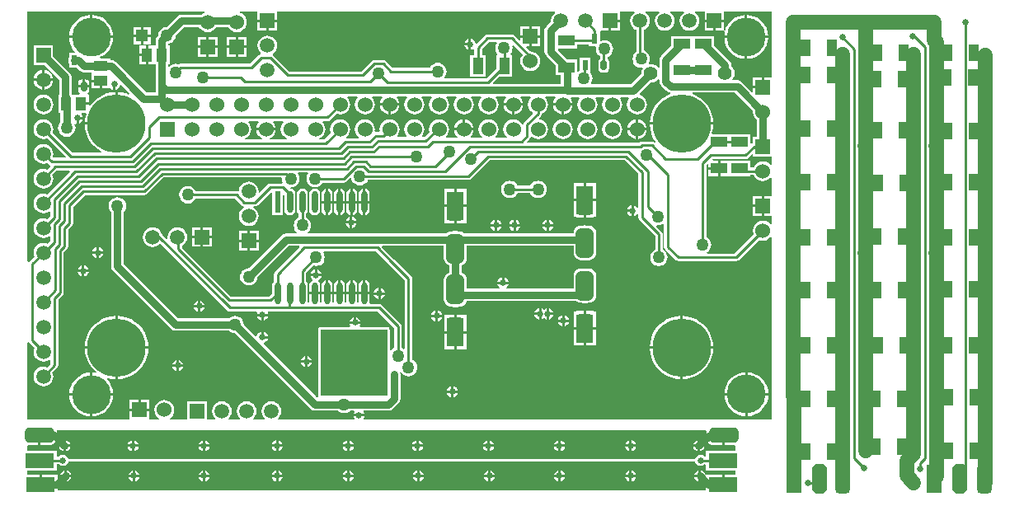
<source format=gbl>
G04 Layer_Physical_Order=2*
G04 Layer_Color=16711680*
%FSLAX23Y23*%
%MOIN*%
G70*
G01*
G75*
%ADD10R,0.067X0.043*%
%ADD19O,0.024X0.087*%
%ADD20R,0.024X0.087*%
%ADD21R,0.043X0.067*%
%ADD22R,0.043X0.055*%
%ADD23R,0.055X0.043*%
%ADD28C,0.010*%
%ADD29C,0.030*%
%ADD34C,0.060*%
%ADD35C,0.050*%
%ADD36R,0.050X0.050*%
%ADD37C,0.060*%
%ADD38R,0.060X0.060*%
%ADD39R,0.060X0.060*%
%ADD40C,0.055*%
%ADD41R,0.059X0.059*%
%ADD42C,0.059*%
%ADD43R,0.059X0.059*%
%ADD44R,0.050X0.050*%
%ADD45C,0.157*%
%ADD46C,0.236*%
%ADD47C,0.025*%
%ADD48R,0.024X0.039*%
G04:AMPARAMS|DCode=49|XSize=24mil|YSize=39mil|CornerRadius=6mil|HoleSize=0mil|Usage=FLASHONLY|Rotation=180.000|XOffset=0mil|YOffset=0mil|HoleType=Round|Shape=RoundedRectangle|*
%AMROUNDEDRECTD49*
21,1,0.024,0.028,0,0,180.0*
21,1,0.012,0.039,0,0,180.0*
1,1,0.012,-0.006,0.014*
1,1,0.012,0.006,0.014*
1,1,0.012,0.006,-0.014*
1,1,0.012,-0.006,-0.014*
%
%ADD49ROUNDEDRECTD49*%
G04:AMPARAMS|DCode=50|XSize=118mil|YSize=71mil|CornerRadius=18mil|HoleSize=0mil|Usage=FLASHONLY|Rotation=90.000|XOffset=0mil|YOffset=0mil|HoleType=Round|Shape=RoundedRectangle|*
%AMROUNDEDRECTD50*
21,1,0.118,0.035,0,0,90.0*
21,1,0.083,0.071,0,0,90.0*
1,1,0.035,0.018,0.041*
1,1,0.035,0.018,-0.041*
1,1,0.035,-0.018,-0.041*
1,1,0.035,-0.018,0.041*
%
%ADD50ROUNDEDRECTD50*%
%ADD51R,0.071X0.118*%
G04:AMPARAMS|DCode=52|XSize=118mil|YSize=60mil|CornerRadius=15mil|HoleSize=0mil|Usage=FLASHONLY|Rotation=90.000|XOffset=0mil|YOffset=0mil|HoleType=Round|Shape=RoundedRectangle|*
%AMROUNDEDRECTD52*
21,1,0.118,0.030,0,0,90.0*
21,1,0.088,0.060,0,0,90.0*
1,1,0.030,0.015,0.044*
1,1,0.030,0.015,-0.044*
1,1,0.030,-0.015,-0.044*
1,1,0.030,-0.015,0.044*
%
%ADD52ROUNDEDRECTD52*%
G04:AMPARAMS|DCode=53|XSize=118mil|YSize=60mil|CornerRadius=0mil|HoleSize=0mil|Usage=FLASHONLY|Rotation=90.000|XOffset=0mil|YOffset=0mil|HoleType=Round|Shape=Octagon|*
%AMOCTAGOND53*
4,1,8,0.015,0.059,-0.015,0.059,-0.030,0.044,-0.030,-0.044,-0.015,-0.059,0.015,-0.059,0.030,-0.044,0.030,0.044,0.015,0.059,0.0*
%
%ADD53OCTAGOND53*%

%ADD54R,0.060X0.118*%
G04:AMPARAMS|DCode=55|XSize=118mil|YSize=60mil|CornerRadius=15mil|HoleSize=0mil|Usage=FLASHONLY|Rotation=0.000|XOffset=0mil|YOffset=0mil|HoleType=Round|Shape=RoundedRectangle|*
%AMROUNDEDRECTD55*
21,1,0.118,0.030,0,0,0.0*
21,1,0.088,0.060,0,0,0.0*
1,1,0.030,0.044,-0.015*
1,1,0.030,-0.044,-0.015*
1,1,0.030,-0.044,0.015*
1,1,0.030,0.044,0.015*
%
%ADD55ROUNDEDRECTD55*%
%ADD56R,0.118X0.060*%
G36*
X2715Y129D02*
X2720Y122D01*
X2727Y117D01*
X2736Y115D01*
X2745Y117D01*
X2752Y122D01*
X2757Y119D01*
X2758Y119D01*
Y98D01*
X2878D01*
Y79D01*
X2832D01*
Y39D01*
X2827D01*
Y34D01*
X2758D01*
Y15D01*
X136D01*
Y34D01*
X67D01*
Y39D01*
X62D01*
Y79D01*
X15D01*
Y98D01*
X132D01*
Y123D01*
X141D01*
X141Y122D01*
X149Y117D01*
X157Y115D01*
X166Y117D01*
X174Y122D01*
X179Y129D01*
X180Y134D01*
X2714D01*
X2715Y129D01*
D02*
G37*
G36*
X2759Y256D02*
X2759Y255D01*
Y245D01*
X2829D01*
Y240D01*
X2834D01*
Y200D01*
X2873D01*
X2875Y200D01*
X2878Y197D01*
Y178D01*
X2758D01*
Y157D01*
X2757Y156D01*
X2752Y154D01*
X2745Y159D01*
X2736Y161D01*
X2727Y159D01*
X2720Y154D01*
X2715Y147D01*
X2715Y144D01*
X2714Y144D01*
X180D01*
X179Y144D01*
X179Y147D01*
X174Y154D01*
X166Y159D01*
X157Y161D01*
X149Y159D01*
X141Y154D01*
X141Y153D01*
X132D01*
Y178D01*
X15D01*
Y197D01*
X19Y200D01*
X58D01*
Y240D01*
X63D01*
Y245D01*
X133D01*
Y255D01*
X132Y256D01*
X135Y260D01*
X2756D01*
X2759Y256D01*
D02*
G37*
%LPC*%
G36*
X1019Y97D02*
X1015Y96D01*
X1007Y91D01*
X1002Y84D01*
X1002Y80D01*
X1019D01*
Y97D01*
D02*
G37*
G36*
X733D02*
Y80D01*
X750D01*
X750Y84D01*
X745Y91D01*
X737Y96D01*
X733Y97D01*
D02*
G37*
G36*
X1306D02*
X1302Y96D01*
X1295Y91D01*
X1290Y84D01*
X1289Y80D01*
X1306D01*
Y97D01*
D02*
G37*
G36*
X1029D02*
Y80D01*
X1046D01*
X1045Y84D01*
X1040Y91D01*
X1032Y96D01*
X1029Y97D01*
D02*
G37*
G36*
X723D02*
X720Y96D01*
X712Y91D01*
X707Y84D01*
X706Y80D01*
X723D01*
Y97D01*
D02*
G37*
G36*
X174D02*
Y80D01*
X191D01*
X190Y84D01*
X186Y91D01*
X178Y96D01*
X174Y97D01*
D02*
G37*
G36*
X164D02*
X161Y96D01*
X153Y91D01*
X148Y84D01*
X147Y80D01*
X164D01*
Y97D01*
D02*
G37*
G36*
X450D02*
Y80D01*
X467D01*
X466Y84D01*
X461Y91D01*
X454Y96D01*
X450Y97D01*
D02*
G37*
G36*
X440D02*
X436Y96D01*
X429Y91D01*
X424Y84D01*
X423Y80D01*
X440D01*
Y97D01*
D02*
G37*
G36*
X1316D02*
Y80D01*
X1333D01*
X1332Y84D01*
X1327Y91D01*
X1320Y96D01*
X1316Y97D01*
D02*
G37*
G36*
X2448D02*
X2444Y96D01*
X2437Y91D01*
X2432Y84D01*
X2431Y80D01*
X2448D01*
Y97D01*
D02*
G37*
G36*
X2170D02*
Y80D01*
X2187D01*
X2187Y84D01*
X2182Y91D01*
X2174Y96D01*
X2170Y97D01*
D02*
G37*
G36*
X2727D02*
X2724Y96D01*
X2716Y91D01*
X2711Y84D01*
X2710Y80D01*
X2727D01*
Y97D01*
D02*
G37*
G36*
X2458D02*
Y80D01*
X2475D01*
X2474Y84D01*
X2469Y91D01*
X2462Y96D01*
X2458Y97D01*
D02*
G37*
G36*
X2160D02*
X2157Y96D01*
X2149Y91D01*
X2144Y84D01*
X2143Y80D01*
X2160D01*
Y97D01*
D02*
G37*
G36*
X1599D02*
Y80D01*
X1616D01*
X1616Y84D01*
X1611Y91D01*
X1603Y96D01*
X1599Y97D01*
D02*
G37*
G36*
X1589D02*
X1586Y96D01*
X1578Y91D01*
X1573Y84D01*
X1573Y80D01*
X1589D01*
Y97D01*
D02*
G37*
G36*
X1887D02*
Y80D01*
X1904D01*
X1903Y84D01*
X1898Y91D01*
X1891Y96D01*
X1887Y97D01*
D02*
G37*
G36*
X1877D02*
X1873Y96D01*
X1866Y91D01*
X1861Y84D01*
X1860Y80D01*
X1877D01*
Y97D01*
D02*
G37*
G36*
X723Y70D02*
X706D01*
X707Y66D01*
X712Y59D01*
X720Y54D01*
X723Y53D01*
Y70D01*
D02*
G37*
G36*
X467D02*
X450D01*
Y53D01*
X454Y54D01*
X461Y59D01*
X466Y66D01*
X467Y70D01*
D02*
G37*
G36*
X750D02*
X733D01*
Y53D01*
X737Y54D01*
X745Y59D01*
X750Y66D01*
X750Y70D01*
D02*
G37*
G36*
X1046D02*
X1029D01*
Y53D01*
X1032Y54D01*
X1040Y59D01*
X1045Y66D01*
X1046Y70D01*
D02*
G37*
G36*
X1019D02*
X1002D01*
X1002Y66D01*
X1007Y59D01*
X1015Y54D01*
X1019Y53D01*
Y70D01*
D02*
G37*
G36*
X2737Y97D02*
Y75D01*
Y53D01*
X2741Y54D01*
X2749Y59D01*
X2753Y65D01*
X2758Y64D01*
Y44D01*
X2822D01*
Y79D01*
X2759D01*
X2758Y79D01*
X2754Y82D01*
X2753Y84D01*
X2749Y91D01*
X2741Y96D01*
X2737Y97D01*
D02*
G37*
G36*
X136Y79D02*
X72D01*
Y44D01*
X136D01*
Y79D01*
D02*
G37*
G36*
X164Y70D02*
X147D01*
X148Y66D01*
X153Y59D01*
X161Y54D01*
X164Y53D01*
Y70D01*
D02*
G37*
G36*
X440D02*
X423D01*
X424Y66D01*
X429Y59D01*
X436Y54D01*
X440Y53D01*
Y70D01*
D02*
G37*
G36*
X191D02*
X174D01*
Y53D01*
X178Y54D01*
X186Y59D01*
X190Y66D01*
X191Y70D01*
D02*
G37*
G36*
X1306D02*
X1289D01*
X1290Y66D01*
X1295Y59D01*
X1302Y54D01*
X1306Y53D01*
Y70D01*
D02*
G37*
G36*
X2187D02*
X2170D01*
Y53D01*
X2174Y54D01*
X2182Y59D01*
X2187Y66D01*
X2187Y70D01*
D02*
G37*
G36*
X2160D02*
X2143D01*
X2144Y66D01*
X2149Y59D01*
X2157Y54D01*
X2160Y53D01*
Y70D01*
D02*
G37*
G36*
X2448D02*
X2431D01*
X2432Y66D01*
X2437Y59D01*
X2444Y54D01*
X2448Y53D01*
Y70D01*
D02*
G37*
G36*
X2727D02*
X2710D01*
X2711Y66D01*
X2716Y59D01*
X2724Y54D01*
X2727Y53D01*
Y70D01*
D02*
G37*
G36*
X2475D02*
X2458D01*
Y53D01*
X2462Y54D01*
X2469Y59D01*
X2474Y66D01*
X2475Y70D01*
D02*
G37*
G36*
X1589D02*
X1573D01*
X1573Y66D01*
X1578Y59D01*
X1586Y54D01*
X1589Y53D01*
Y70D01*
D02*
G37*
G36*
X1333D02*
X1316D01*
Y53D01*
X1320Y54D01*
X1327Y59D01*
X1332Y66D01*
X1333Y70D01*
D02*
G37*
G36*
X1616D02*
X1599D01*
Y53D01*
X1603Y54D01*
X1611Y59D01*
X1616Y66D01*
X1616Y70D01*
D02*
G37*
G36*
X1904D02*
X1887D01*
Y53D01*
X1891Y54D01*
X1898Y59D01*
X1903Y66D01*
X1904Y70D01*
D02*
G37*
G36*
X1877D02*
X1860D01*
X1861Y66D01*
X1866Y59D01*
X1873Y54D01*
X1877Y53D01*
Y70D01*
D02*
G37*
G36*
X733Y219D02*
Y202D01*
X750D01*
X750Y206D01*
X745Y213D01*
X737Y218D01*
X733Y219D01*
D02*
G37*
G36*
X723D02*
X720Y218D01*
X712Y213D01*
X707Y206D01*
X706Y202D01*
X723D01*
Y219D01*
D02*
G37*
G36*
X1019D02*
X1015Y218D01*
X1007Y213D01*
X1002Y206D01*
X1002Y202D01*
X1019D01*
Y219D01*
D02*
G37*
G36*
X1306D02*
X1302Y218D01*
X1295Y213D01*
X1290Y206D01*
X1289Y202D01*
X1306D01*
Y219D01*
D02*
G37*
G36*
X1029D02*
Y202D01*
X1046D01*
X1045Y206D01*
X1040Y213D01*
X1032Y218D01*
X1029Y219D01*
D02*
G37*
G36*
X160D02*
X157Y218D01*
X149Y213D01*
X144Y206D01*
X143Y202D01*
X160D01*
Y219D01*
D02*
G37*
G36*
X2824Y235D02*
X2759D01*
Y225D01*
X2761Y215D01*
X2767Y207D01*
X2775Y202D01*
X2785Y200D01*
X2824D01*
Y235D01*
D02*
G37*
G36*
X170Y219D02*
Y202D01*
X187D01*
X187Y206D01*
X182Y213D01*
X174Y218D01*
X170Y219D01*
D02*
G37*
G36*
X446D02*
Y202D01*
X463D01*
X462Y206D01*
X457Y213D01*
X450Y218D01*
X446Y219D01*
D02*
G37*
G36*
X436D02*
X432Y218D01*
X425Y213D01*
X420Y206D01*
X419Y202D01*
X436D01*
Y219D01*
D02*
G37*
G36*
X1316D02*
Y202D01*
X1333D01*
X1332Y206D01*
X1327Y213D01*
X1320Y218D01*
X1316Y219D01*
D02*
G37*
G36*
X2448D02*
X2444Y218D01*
X2437Y213D01*
X2432Y206D01*
X2431Y202D01*
X2448D01*
Y219D01*
D02*
G37*
G36*
X2170D02*
Y202D01*
X2187D01*
X2187Y206D01*
X2182Y213D01*
X2174Y218D01*
X2170Y219D01*
D02*
G37*
G36*
X2458D02*
Y202D01*
X2475D01*
X2474Y206D01*
X2469Y213D01*
X2462Y218D01*
X2458Y219D01*
D02*
G37*
G36*
X2733D02*
Y202D01*
X2750D01*
X2750Y206D01*
X2745Y213D01*
X2737Y218D01*
X2733Y219D01*
D02*
G37*
G36*
X2723D02*
X2720Y218D01*
X2712Y213D01*
X2707Y206D01*
X2706Y202D01*
X2723D01*
Y219D01*
D02*
G37*
G36*
X1596D02*
Y202D01*
X1612D01*
X1612Y206D01*
X1607Y213D01*
X1599Y218D01*
X1596Y219D01*
D02*
G37*
G36*
X1586D02*
X1582Y218D01*
X1574Y213D01*
X1569Y206D01*
X1569Y202D01*
X1586D01*
Y219D01*
D02*
G37*
G36*
X1873D02*
X1869Y218D01*
X1862Y213D01*
X1857Y206D01*
X1856Y202D01*
X1873D01*
Y219D01*
D02*
G37*
G36*
X2160D02*
X2157Y218D01*
X2149Y213D01*
X2144Y206D01*
X2143Y202D01*
X2160D01*
Y219D01*
D02*
G37*
G36*
X1883D02*
Y202D01*
X1900D01*
X1899Y206D01*
X1894Y213D01*
X1887Y218D01*
X1883Y219D01*
D02*
G37*
G36*
X1019Y192D02*
X1002D01*
X1002Y188D01*
X1007Y181D01*
X1015Y176D01*
X1019Y175D01*
Y192D01*
D02*
G37*
G36*
X750D02*
X733D01*
Y175D01*
X737Y176D01*
X745Y181D01*
X750Y188D01*
X750Y192D01*
D02*
G37*
G36*
X1046D02*
X1029D01*
Y175D01*
X1032Y176D01*
X1040Y181D01*
X1045Y188D01*
X1046Y192D01*
D02*
G37*
G36*
X1333D02*
X1316D01*
Y175D01*
X1320Y176D01*
X1327Y181D01*
X1332Y188D01*
X1333Y192D01*
D02*
G37*
G36*
X1306D02*
X1289D01*
X1290Y188D01*
X1295Y181D01*
X1302Y176D01*
X1306Y175D01*
Y192D01*
D02*
G37*
G36*
X187D02*
X170D01*
Y175D01*
X174Y176D01*
X182Y181D01*
X187Y188D01*
X187Y192D01*
D02*
G37*
G36*
X160D02*
X143D01*
X144Y188D01*
X149Y181D01*
X157Y176D01*
X160Y175D01*
Y192D01*
D02*
G37*
G36*
X436D02*
X419D01*
X420Y188D01*
X425Y181D01*
X432Y176D01*
X436Y175D01*
Y192D01*
D02*
G37*
G36*
X723D02*
X706D01*
X707Y188D01*
X712Y181D01*
X720Y176D01*
X723Y175D01*
Y192D01*
D02*
G37*
G36*
X463D02*
X446D01*
Y175D01*
X450Y176D01*
X457Y181D01*
X462Y188D01*
X463Y192D01*
D02*
G37*
G36*
X1586D02*
X1569D01*
X1569Y188D01*
X1574Y181D01*
X1582Y176D01*
X1586Y175D01*
Y192D01*
D02*
G37*
G36*
X2475D02*
X2458D01*
Y175D01*
X2462Y176D01*
X2469Y181D01*
X2474Y188D01*
X2475Y192D01*
D02*
G37*
G36*
X2448D02*
X2431D01*
X2432Y188D01*
X2437Y181D01*
X2444Y176D01*
X2448Y175D01*
Y192D01*
D02*
G37*
G36*
X2723D02*
X2706D01*
X2707Y188D01*
X2712Y181D01*
X2720Y176D01*
X2723Y175D01*
Y192D01*
D02*
G37*
G36*
X133Y235D02*
X68D01*
Y200D01*
X107D01*
X117Y202D01*
X125Y207D01*
X131Y215D01*
X133Y225D01*
Y235D01*
D02*
G37*
G36*
X2750Y192D02*
X2733D01*
Y175D01*
X2737Y176D01*
X2745Y181D01*
X2750Y188D01*
X2750Y192D01*
D02*
G37*
G36*
X1873D02*
X1856D01*
X1857Y188D01*
X1862Y181D01*
X1869Y176D01*
X1873Y175D01*
Y192D01*
D02*
G37*
G36*
X1612D02*
X1596D01*
Y175D01*
X1599Y176D01*
X1607Y181D01*
X1612Y188D01*
X1612Y192D01*
D02*
G37*
G36*
X1900D02*
X1883D01*
Y175D01*
X1887Y176D01*
X1894Y181D01*
X1899Y188D01*
X1900Y192D01*
D02*
G37*
G36*
X2187D02*
X2170D01*
Y175D01*
X2174Y176D01*
X2182Y181D01*
X2187Y188D01*
X2187Y192D01*
D02*
G37*
G36*
X2160D02*
X2143D01*
X2144Y188D01*
X2149Y181D01*
X2157Y176D01*
X2160Y175D01*
Y192D01*
D02*
G37*
%LPD*%
G36*
X2148Y1948D02*
X2142Y1944D01*
X2136Y1935D01*
X2132Y1926D01*
X2130Y1915D01*
X2131Y1912D01*
X2112Y1893D01*
X2106Y1885D01*
X2104Y1875D01*
Y1791D01*
X2106Y1782D01*
X2112Y1773D01*
X2149Y1736D01*
Y1697D01*
X2171D01*
Y1661D01*
X1898D01*
X1896Y1666D01*
X1921Y1691D01*
X1975D01*
Y1778D01*
X1970D01*
X1968Y1783D01*
X1972Y1787D01*
X1975Y1796D01*
X1976Y1805D01*
X1975Y1813D01*
X1979Y1815D01*
X1980Y1816D01*
X2017Y1778D01*
X2012Y1773D01*
X2008Y1763D01*
X2007Y1752D01*
X2008Y1742D01*
X2012Y1732D01*
X2019Y1724D01*
X2027Y1717D01*
X2037Y1713D01*
X2047Y1712D01*
X2058Y1713D01*
X2067Y1717D01*
X2076Y1724D01*
X2082Y1732D01*
X2086Y1742D01*
X2088Y1752D01*
X2086Y1763D01*
X2082Y1773D01*
X2076Y1781D01*
X2067Y1787D01*
X2058Y1791D01*
X2047Y1793D01*
X2046Y1793D01*
X2031Y1808D01*
X2033Y1812D01*
X2042D01*
Y1847D01*
X2007D01*
Y1838D01*
X2003Y1836D01*
X1983Y1856D01*
X1978Y1859D01*
X1972Y1860D01*
X1875D01*
X1869Y1859D01*
X1864Y1856D01*
X1831Y1823D01*
X1825Y1825D01*
X1824Y1830D01*
X1819Y1837D01*
X1812Y1842D01*
X1808Y1843D01*
Y1821D01*
Y1799D01*
X1812Y1800D01*
X1816Y1803D01*
X1821Y1800D01*
Y1778D01*
X1805D01*
Y1691D01*
X1868D01*
Y1778D01*
X1852D01*
Y1801D01*
X1881Y1830D01*
X1910D01*
X1912Y1825D01*
X1910Y1823D01*
X1907Y1814D01*
X1906Y1805D01*
X1907Y1796D01*
X1910Y1787D01*
X1914Y1783D01*
X1912Y1778D01*
X1911D01*
Y1724D01*
X1870Y1683D01*
X1702D01*
X1700Y1688D01*
X1704Y1693D01*
X1707Y1701D01*
X1709Y1711D01*
X1707Y1720D01*
X1704Y1728D01*
X1698Y1736D01*
X1691Y1741D01*
X1682Y1745D01*
X1673Y1746D01*
X1664Y1745D01*
X1656Y1741D01*
X1648Y1736D01*
X1643Y1728D01*
X1642Y1726D01*
X1491D01*
X1463Y1754D01*
X1458Y1757D01*
X1452Y1758D01*
X1416D01*
X1411Y1757D01*
X1406Y1754D01*
X1362Y1710D01*
X1074D01*
X1008Y1777D01*
X1007Y1777D01*
X1007Y1783D01*
X1012Y1787D01*
X1019Y1795D01*
X1023Y1805D01*
X1024Y1815D01*
X1023Y1826D01*
X1019Y1835D01*
X1012Y1844D01*
X1004Y1850D01*
X995Y1854D01*
X984Y1855D01*
X974Y1854D01*
X964Y1850D01*
X956Y1844D01*
X950Y1835D01*
X946Y1826D01*
X944Y1815D01*
X946Y1805D01*
X950Y1795D01*
X956Y1787D01*
X958Y1786D01*
X957Y1780D01*
X955Y1780D01*
X950Y1777D01*
X915Y1742D01*
X744D01*
X741Y1742D01*
X708D01*
X705Y1742D01*
X634D01*
X628Y1741D01*
X626Y1739D01*
X623Y1741D01*
X614Y1742D01*
X605Y1741D01*
X597Y1737D01*
X589Y1732D01*
X588Y1730D01*
X583Y1731D01*
Y1740D01*
X589D01*
Y1815D01*
X583D01*
Y1822D01*
X587Y1822D01*
X595Y1826D01*
X603Y1831D01*
X608Y1839D01*
X612Y1847D01*
X613Y1855D01*
X647Y1890D01*
X708D01*
X715Y1882D01*
X723Y1875D01*
X733Y1871D01*
X743Y1870D01*
X753Y1871D01*
X763Y1875D01*
X772Y1882D01*
X778Y1890D01*
X826D01*
X833Y1882D01*
X841Y1875D01*
X851Y1871D01*
X861Y1870D01*
X872Y1871D01*
X881Y1875D01*
X890Y1882D01*
X896Y1890D01*
X900Y1900D01*
X901Y1910D01*
X900Y1921D01*
X896Y1931D01*
X890Y1939D01*
X881Y1945D01*
X874Y1948D01*
X875Y1953D01*
X945D01*
Y1920D01*
X984D01*
X1024D01*
Y1953D01*
X2146D01*
X2148Y1948D01*
D02*
G37*
G36*
X3023Y1691D02*
X3020Y1688D01*
X2993D01*
Y1648D01*
X2988D01*
Y1643D01*
X2948D01*
Y1630D01*
X2944Y1628D01*
X2904Y1668D01*
X2895Y1674D01*
X2886Y1676D01*
X2868D01*
X2865Y1681D01*
X2868Y1684D01*
X2872Y1693D01*
X2873Y1703D01*
X2872Y1713D01*
X2868Y1722D01*
X2862Y1730D01*
X2861Y1731D01*
Y1736D01*
X2859Y1746D01*
X2853Y1754D01*
X2791Y1815D01*
Y1854D01*
X2618D01*
Y1815D01*
X2576Y1774D01*
X2571Y1766D01*
X2569Y1756D01*
Y1728D01*
X2564Y1727D01*
X2562Y1730D01*
X2554Y1736D01*
X2545Y1739D01*
X2535Y1741D01*
X2530Y1740D01*
X2528Y1743D01*
X2527Y1745D01*
X2530Y1753D01*
X2531Y1762D01*
X2530Y1771D01*
X2527Y1779D01*
X2521Y1787D01*
X2514Y1792D01*
X2507Y1795D01*
Y1879D01*
X2511Y1881D01*
X2520Y1887D01*
X2526Y1895D01*
X2530Y1905D01*
X2531Y1915D01*
X2530Y1926D01*
X2526Y1935D01*
X2520Y1944D01*
X2513Y1948D01*
X2515Y1953D01*
X2568D01*
X2569Y1948D01*
X2563Y1944D01*
X2557Y1935D01*
X2553Y1926D01*
X2551Y1915D01*
X2553Y1905D01*
X2557Y1895D01*
X2563Y1887D01*
X2571Y1881D01*
X2581Y1877D01*
X2591Y1875D01*
X2602Y1877D01*
X2611Y1881D01*
X2620Y1887D01*
X2626Y1895D01*
X2630Y1905D01*
X2631Y1915D01*
X2630Y1926D01*
X2626Y1935D01*
X2620Y1944D01*
X2613Y1948D01*
X2615Y1953D01*
X2668D01*
X2669Y1948D01*
X2663Y1944D01*
X2657Y1935D01*
X2653Y1926D01*
X2651Y1915D01*
X2653Y1905D01*
X2657Y1895D01*
X2663Y1887D01*
X2671Y1881D01*
X2681Y1877D01*
X2691Y1875D01*
X2702Y1877D01*
X2711Y1881D01*
X2720Y1887D01*
X2726Y1895D01*
X2730Y1905D01*
X2731Y1915D01*
X2730Y1926D01*
X2726Y1935D01*
X2720Y1944D01*
X2713Y1948D01*
X2715Y1953D01*
X2752D01*
Y1920D01*
X2791D01*
X2831D01*
Y1953D01*
X3023D01*
X3023Y1691D01*
D02*
G37*
G36*
X2469Y1948D02*
X2463Y1944D01*
X2457Y1935D01*
X2453Y1926D01*
X2451Y1915D01*
X2453Y1905D01*
X2457Y1895D01*
X2463Y1887D01*
X2471Y1881D01*
X2476Y1879D01*
Y1791D01*
X2471Y1787D01*
X2465Y1779D01*
X2462Y1771D01*
X2461Y1762D01*
X2462Y1753D01*
X2465Y1744D01*
X2471Y1737D01*
X2478Y1731D01*
X2487Y1728D01*
X2496Y1727D01*
X2500Y1727D01*
X2503Y1722D01*
X2502Y1722D01*
X2498Y1713D01*
X2497Y1703D01*
X2497Y1701D01*
X2455Y1659D01*
X2295D01*
X2293Y1663D01*
X2294Y1665D01*
X2298Y1674D01*
X2299Y1683D01*
X2298Y1692D01*
X2294Y1701D01*
X2293Y1702D01*
X2291Y1707D01*
X2291D01*
X2291Y1707D01*
Y1766D01*
X2248D01*
Y1714D01*
X2246Y1714D01*
X2241Y1710D01*
X2236Y1712D01*
Y1760D01*
X2197D01*
X2159Y1798D01*
X2161Y1803D01*
X2236D01*
Y1819D01*
X2285D01*
Y1813D01*
X2309D01*
X2313Y1808D01*
X2312Y1802D01*
X2313Y1793D01*
X2317Y1784D01*
X2322Y1777D01*
X2329Y1772D01*
Y1763D01*
X2327Y1761D01*
X2324Y1756D01*
X2322Y1750D01*
Y1722D01*
X2324Y1716D01*
X2327Y1711D01*
X2332Y1707D01*
X2339Y1706D01*
X2350D01*
X2357Y1707D01*
X2362Y1711D01*
X2365Y1716D01*
X2367Y1722D01*
Y1750D01*
X2365Y1756D01*
X2362Y1761D01*
X2360Y1763D01*
Y1769D01*
X2365Y1771D01*
X2372Y1777D01*
X2378Y1784D01*
X2381Y1793D01*
X2383Y1802D01*
X2381Y1811D01*
X2378Y1819D01*
X2372Y1827D01*
X2365Y1832D01*
X2357Y1836D01*
X2347Y1837D01*
X2338Y1836D01*
X2334Y1834D01*
X2329Y1837D01*
Y1872D01*
X2329Y1873D01*
X2332Y1876D01*
X2365D01*
Y1915D01*
X2370D01*
Y1920D01*
X2410D01*
Y1953D01*
X2468D01*
X2469Y1948D01*
D02*
G37*
G36*
X2569Y1677D02*
Y1671D01*
X2571Y1662D01*
X2576Y1653D01*
X2598Y1632D01*
X2606Y1627D01*
X2614Y1625D01*
X2614Y1620D01*
X2600Y1614D01*
X2583Y1604D01*
X2568Y1590D01*
X2555Y1575D01*
X2544Y1558D01*
X2536Y1539D01*
X2532Y1520D01*
X2531Y1505D01*
X2787D01*
X2786Y1520D01*
X2781Y1539D01*
X2773Y1558D01*
X2763Y1575D01*
X2750Y1590D01*
X2734Y1604D01*
X2717Y1614D01*
X2703Y1620D01*
X2704Y1625D01*
X2875D01*
X2948Y1551D01*
X2948Y1548D01*
X2949Y1537D01*
X2953Y1527D01*
X2960Y1519D01*
X2963Y1517D01*
Y1447D01*
X2948D01*
Y1422D01*
X2946Y1422D01*
X2942Y1419D01*
X2937Y1420D01*
Y1457D01*
X2784D01*
X2781Y1462D01*
X2786Y1480D01*
X2787Y1495D01*
X2531D01*
X2532Y1480D01*
X2536Y1460D01*
X2544Y1441D01*
X2554Y1426D01*
X2550Y1423D01*
X2550Y1423D01*
X2545Y1426D01*
X2539Y1427D01*
X2499D01*
X2493Y1426D01*
X2488Y1423D01*
X2488Y1423D01*
X2036D01*
X2034Y1427D01*
X2045Y1438D01*
X2048Y1443D01*
X2048Y1444D01*
X2054Y1446D01*
X2059Y1443D01*
X2068Y1439D01*
X2079Y1437D01*
X2089Y1439D01*
X2099Y1443D01*
X2107Y1449D01*
X2114Y1457D01*
X2118Y1467D01*
X2119Y1478D01*
X2118Y1488D01*
X2114Y1498D01*
X2107Y1506D01*
X2099Y1512D01*
X2089Y1517D01*
X2084Y1517D01*
X2082Y1523D01*
X2090Y1530D01*
X2093Y1535D01*
X2094Y1541D01*
X2099Y1543D01*
X2107Y1549D01*
X2114Y1557D01*
X2118Y1567D01*
X2119Y1578D01*
X2118Y1588D01*
X2114Y1598D01*
X2108Y1605D01*
X2109Y1610D01*
X2148D01*
X2150Y1605D01*
X2144Y1598D01*
X2140Y1588D01*
X2139Y1583D01*
X2179D01*
X2218D01*
X2218Y1588D01*
X2214Y1598D01*
X2210Y1603D01*
X2212Y1608D01*
X2245D01*
X2248Y1603D01*
X2244Y1598D01*
X2240Y1588D01*
X2238Y1578D01*
X2240Y1567D01*
X2244Y1557D01*
X2250Y1549D01*
X2259Y1543D01*
X2268Y1539D01*
X2279Y1537D01*
X2289Y1539D01*
X2299Y1543D01*
X2307Y1549D01*
X2314Y1557D01*
X2318Y1567D01*
X2319Y1578D01*
X2318Y1588D01*
X2314Y1598D01*
X2310Y1603D01*
X2312Y1608D01*
X2345D01*
X2348Y1603D01*
X2344Y1598D01*
X2340Y1588D01*
X2338Y1578D01*
X2340Y1567D01*
X2344Y1557D01*
X2350Y1549D01*
X2359Y1543D01*
X2368Y1539D01*
X2379Y1537D01*
X2389Y1539D01*
X2399Y1543D01*
X2407Y1549D01*
X2414Y1557D01*
X2418Y1567D01*
X2419Y1578D01*
X2418Y1588D01*
X2414Y1598D01*
X2410Y1603D01*
X2412Y1608D01*
X2445D01*
X2448Y1603D01*
X2444Y1598D01*
X2440Y1588D01*
X2438Y1578D01*
X2440Y1567D01*
X2444Y1557D01*
X2450Y1549D01*
X2459Y1543D01*
X2468Y1539D01*
X2479Y1537D01*
X2489Y1539D01*
X2499Y1543D01*
X2507Y1549D01*
X2514Y1557D01*
X2518Y1567D01*
X2519Y1578D01*
X2518Y1588D01*
X2514Y1598D01*
X2507Y1606D01*
X2499Y1612D01*
X2491Y1616D01*
X2489Y1621D01*
X2533Y1665D01*
X2535Y1665D01*
X2545Y1666D01*
X2554Y1670D01*
X2562Y1676D01*
X2564Y1679D01*
X2569Y1677D01*
D02*
G37*
G36*
X730Y1948D02*
X723Y1945D01*
X717Y1941D01*
X637D01*
X627Y1939D01*
X619Y1933D01*
X577Y1891D01*
X568Y1890D01*
X560Y1887D01*
X553Y1881D01*
X547Y1874D01*
X543Y1865D01*
X542Y1857D01*
X539Y1854D01*
X534Y1846D01*
X532Y1836D01*
Y1815D01*
X503D01*
Y1778D01*
Y1740D01*
X532D01*
Y1652D01*
Y1625D01*
X496D01*
X370Y1750D01*
X362Y1756D01*
X352Y1758D01*
X349D01*
Y1764D01*
X309D01*
X308Y1769D01*
X322Y1776D01*
X335Y1787D01*
X347Y1801D01*
X355Y1816D01*
X360Y1833D01*
X361Y1845D01*
X184D01*
X185Y1833D01*
X190Y1816D01*
X198Y1801D01*
X207Y1791D01*
X204Y1786D01*
X183D01*
Y1768D01*
X181Y1766D01*
X179Y1756D01*
X181Y1746D01*
X183Y1743D01*
Y1726D01*
X214D01*
X226Y1714D01*
X234Y1709D01*
X244Y1707D01*
X273D01*
Y1678D01*
X311D01*
Y1673D01*
X316D01*
Y1642D01*
X349D01*
X349Y1642D01*
Y1642D01*
X353Y1641D01*
X357Y1638D01*
X361Y1638D01*
Y1659D01*
X371D01*
Y1638D01*
X375Y1638D01*
X382Y1643D01*
X387Y1651D01*
X388Y1654D01*
X393Y1655D01*
X426Y1623D01*
X423Y1618D01*
X415Y1622D01*
X395Y1627D01*
X380Y1628D01*
Y1500D01*
X375D01*
Y1495D01*
X247D01*
X248Y1480D01*
X253Y1460D01*
X261Y1441D01*
X271Y1424D01*
X284Y1409D01*
X300Y1396D01*
X314Y1387D01*
X313Y1382D01*
X197D01*
X116Y1463D01*
X117Y1467D01*
X119Y1478D01*
X117Y1488D01*
X113Y1497D01*
X107Y1506D01*
X99Y1512D01*
X89Y1516D01*
X79Y1517D01*
X68Y1516D01*
X59Y1512D01*
X51Y1506D01*
X44Y1497D01*
X40Y1488D01*
X39Y1478D01*
X40Y1467D01*
X44Y1458D01*
X51Y1449D01*
X59Y1443D01*
X68Y1439D01*
X79Y1438D01*
X89Y1439D01*
X94Y1441D01*
X169Y1366D01*
X167Y1362D01*
X120D01*
X117Y1366D01*
X117Y1367D01*
X119Y1378D01*
X117Y1388D01*
X113Y1397D01*
X107Y1406D01*
X99Y1412D01*
X89Y1416D01*
X79Y1417D01*
X68Y1416D01*
X59Y1412D01*
X51Y1406D01*
X44Y1397D01*
X40Y1388D01*
X39Y1378D01*
X40Y1367D01*
X44Y1358D01*
X51Y1349D01*
X59Y1343D01*
X68Y1339D01*
X79Y1338D01*
X89Y1339D01*
X95Y1342D01*
X101Y1336D01*
X105Y1333D01*
X107Y1328D01*
X94Y1314D01*
X89Y1316D01*
X79Y1317D01*
X68Y1316D01*
X59Y1312D01*
X51Y1306D01*
X44Y1297D01*
X40Y1288D01*
X39Y1278D01*
X40Y1267D01*
X44Y1258D01*
X51Y1249D01*
X59Y1243D01*
X68Y1239D01*
X79Y1238D01*
X89Y1239D01*
X99Y1243D01*
X107Y1249D01*
X113Y1258D01*
X117Y1267D01*
X119Y1278D01*
X117Y1288D01*
X115Y1293D01*
X134Y1311D01*
X184D01*
X186Y1307D01*
X94Y1214D01*
X89Y1216D01*
X79Y1217D01*
X68Y1216D01*
X59Y1212D01*
X51Y1206D01*
X44Y1197D01*
X40Y1188D01*
X39Y1178D01*
X40Y1167D01*
X44Y1158D01*
X51Y1149D01*
X59Y1143D01*
X68Y1139D01*
X79Y1138D01*
X89Y1139D01*
X99Y1143D01*
X103Y1146D01*
X108Y1144D01*
Y1128D01*
X94Y1114D01*
X89Y1116D01*
X79Y1117D01*
X68Y1116D01*
X59Y1112D01*
X51Y1106D01*
X44Y1097D01*
X40Y1088D01*
X39Y1078D01*
X40Y1067D01*
X44Y1058D01*
X51Y1049D01*
X59Y1043D01*
X68Y1039D01*
X79Y1038D01*
X89Y1039D01*
X99Y1043D01*
X103Y1046D01*
X108Y1044D01*
Y1025D01*
X96Y1013D01*
X89Y1016D01*
X79Y1017D01*
X68Y1016D01*
X59Y1012D01*
X51Y1006D01*
X44Y997D01*
X40Y988D01*
X39Y978D01*
X40Y967D01*
X42Y963D01*
X23Y944D01*
X20Y939D01*
X20Y939D01*
X15Y942D01*
Y1953D01*
X729D01*
X730Y1948D01*
D02*
G37*
G36*
X2050Y1605D02*
X2044Y1598D01*
X2040Y1588D01*
X2038Y1578D01*
X2040Y1567D01*
X2044Y1557D01*
X2050Y1549D01*
X2056Y1545D01*
X2056Y1540D01*
X2023Y1507D01*
X2020Y1502D01*
X2019Y1498D01*
X2014Y1498D01*
X2014Y1498D01*
X2007Y1506D01*
X1999Y1512D01*
X1989Y1517D01*
X1979Y1518D01*
X1968Y1517D01*
X1959Y1512D01*
X1950Y1506D01*
X1944Y1498D01*
X1940Y1488D01*
X1938Y1478D01*
X1940Y1467D01*
X1944Y1457D01*
X1950Y1449D01*
X1952Y1448D01*
X1950Y1443D01*
X1907D01*
X1906Y1448D01*
X1907Y1449D01*
X1914Y1457D01*
X1918Y1467D01*
X1919Y1478D01*
X1918Y1488D01*
X1914Y1498D01*
X1907Y1506D01*
X1899Y1512D01*
X1889Y1517D01*
X1879Y1518D01*
X1868Y1517D01*
X1859Y1512D01*
X1850Y1506D01*
X1844Y1498D01*
X1840Y1488D01*
X1838Y1478D01*
X1840Y1467D01*
X1844Y1457D01*
X1850Y1449D01*
X1852Y1448D01*
X1850Y1443D01*
X1807D01*
X1806Y1448D01*
X1807Y1449D01*
X1814Y1457D01*
X1818Y1467D01*
X1818Y1473D01*
X1779D01*
X1739D01*
X1740Y1467D01*
X1744Y1457D01*
X1750Y1449D01*
X1752Y1448D01*
X1750Y1443D01*
X1707D01*
X1706Y1448D01*
X1707Y1449D01*
X1714Y1457D01*
X1718Y1467D01*
X1719Y1478D01*
X1718Y1488D01*
X1714Y1498D01*
X1707Y1506D01*
X1699Y1512D01*
X1689Y1517D01*
X1679Y1518D01*
X1668Y1517D01*
X1659Y1512D01*
X1650Y1506D01*
X1644Y1498D01*
X1640Y1488D01*
X1638Y1478D01*
X1640Y1467D01*
X1640Y1467D01*
X1619Y1446D01*
X1612D01*
X1609Y1451D01*
X1614Y1457D01*
X1618Y1467D01*
X1619Y1478D01*
X1618Y1488D01*
X1614Y1498D01*
X1607Y1506D01*
X1599Y1512D01*
X1589Y1517D01*
X1579Y1518D01*
X1568Y1517D01*
X1559Y1512D01*
X1550Y1506D01*
X1544Y1498D01*
X1540Y1488D01*
X1538Y1478D01*
X1540Y1467D01*
X1544Y1457D01*
X1548Y1451D01*
X1546Y1446D01*
X1512D01*
X1509Y1451D01*
X1514Y1457D01*
X1518Y1467D01*
X1519Y1478D01*
X1518Y1488D01*
X1514Y1498D01*
X1507Y1506D01*
X1499Y1512D01*
X1489Y1517D01*
X1479Y1518D01*
X1468Y1517D01*
X1459Y1512D01*
X1450Y1506D01*
X1444Y1498D01*
X1440Y1488D01*
X1438Y1478D01*
X1439Y1471D01*
X1435Y1466D01*
X1424D01*
X1422Y1466D01*
X1418Y1470D01*
X1419Y1478D01*
X1418Y1488D01*
X1414Y1498D01*
X1407Y1506D01*
X1399Y1512D01*
X1389Y1517D01*
X1379Y1518D01*
X1368Y1517D01*
X1359Y1512D01*
X1350Y1506D01*
X1344Y1498D01*
X1340Y1488D01*
X1338Y1478D01*
X1340Y1467D01*
X1344Y1457D01*
X1350Y1449D01*
X1355Y1446D01*
X1353Y1441D01*
X1305D01*
X1303Y1446D01*
X1307Y1449D01*
X1314Y1457D01*
X1318Y1467D01*
X1319Y1478D01*
X1318Y1488D01*
X1314Y1498D01*
X1307Y1506D01*
X1299Y1512D01*
X1289Y1517D01*
X1279Y1518D01*
X1268Y1517D01*
X1259Y1512D01*
X1250Y1506D01*
X1244Y1498D01*
X1240Y1488D01*
X1238Y1478D01*
X1240Y1467D01*
X1242Y1462D01*
X1215Y1436D01*
X1195D01*
X1194Y1441D01*
X1199Y1443D01*
X1207Y1449D01*
X1214Y1457D01*
X1218Y1467D01*
X1219Y1478D01*
X1218Y1488D01*
X1214Y1498D01*
X1208Y1505D01*
X1209Y1510D01*
X1228D01*
X1234Y1511D01*
X1239Y1515D01*
X1265Y1540D01*
X1268Y1539D01*
X1279Y1537D01*
X1289Y1539D01*
X1299Y1543D01*
X1307Y1549D01*
X1314Y1557D01*
X1318Y1567D01*
X1319Y1578D01*
X1318Y1588D01*
X1314Y1598D01*
X1308Y1605D01*
X1309Y1610D01*
X1348D01*
X1350Y1605D01*
X1344Y1598D01*
X1340Y1588D01*
X1338Y1578D01*
X1340Y1567D01*
X1344Y1557D01*
X1350Y1549D01*
X1359Y1543D01*
X1368Y1539D01*
X1379Y1537D01*
X1389Y1539D01*
X1399Y1543D01*
X1407Y1549D01*
X1414Y1557D01*
X1418Y1567D01*
X1419Y1578D01*
X1418Y1588D01*
X1414Y1598D01*
X1408Y1605D01*
X1409Y1610D01*
X1448D01*
X1450Y1605D01*
X1444Y1598D01*
X1440Y1588D01*
X1439Y1583D01*
X1479D01*
X1518D01*
X1518Y1588D01*
X1514Y1598D01*
X1508Y1605D01*
X1509Y1610D01*
X1548D01*
X1550Y1605D01*
X1544Y1598D01*
X1540Y1588D01*
X1538Y1578D01*
X1540Y1567D01*
X1544Y1557D01*
X1550Y1549D01*
X1559Y1543D01*
X1568Y1539D01*
X1579Y1537D01*
X1589Y1539D01*
X1599Y1543D01*
X1607Y1549D01*
X1614Y1557D01*
X1618Y1567D01*
X1619Y1578D01*
X1618Y1588D01*
X1614Y1598D01*
X1608Y1605D01*
X1609Y1610D01*
X1648D01*
X1650Y1605D01*
X1644Y1598D01*
X1640Y1588D01*
X1638Y1578D01*
X1640Y1567D01*
X1644Y1557D01*
X1650Y1549D01*
X1659Y1543D01*
X1668Y1539D01*
X1679Y1537D01*
X1689Y1539D01*
X1699Y1543D01*
X1707Y1549D01*
X1714Y1557D01*
X1718Y1567D01*
X1719Y1578D01*
X1718Y1588D01*
X1714Y1598D01*
X1708Y1605D01*
X1709Y1610D01*
X1748D01*
X1750Y1605D01*
X1744Y1598D01*
X1740Y1588D01*
X1738Y1578D01*
X1740Y1567D01*
X1744Y1557D01*
X1750Y1549D01*
X1759Y1543D01*
X1768Y1539D01*
X1779Y1537D01*
X1789Y1539D01*
X1799Y1543D01*
X1807Y1549D01*
X1814Y1557D01*
X1818Y1567D01*
X1819Y1578D01*
X1818Y1588D01*
X1814Y1598D01*
X1808Y1605D01*
X1809Y1610D01*
X1848D01*
X1850Y1605D01*
X1844Y1598D01*
X1840Y1588D01*
X1838Y1578D01*
X1840Y1567D01*
X1844Y1557D01*
X1850Y1549D01*
X1859Y1543D01*
X1868Y1539D01*
X1879Y1537D01*
X1889Y1539D01*
X1899Y1543D01*
X1907Y1549D01*
X1914Y1557D01*
X1918Y1567D01*
X1919Y1578D01*
X1918Y1588D01*
X1914Y1598D01*
X1908Y1605D01*
X1909Y1610D01*
X1948D01*
X1950Y1605D01*
X1944Y1598D01*
X1940Y1588D01*
X1939Y1583D01*
X1979D01*
X2018D01*
X2018Y1588D01*
X2014Y1598D01*
X2008Y1605D01*
X2009Y1610D01*
X2048D01*
X2050Y1605D01*
D02*
G37*
G36*
X1050Y1505D02*
X1044Y1498D01*
X1040Y1488D01*
X1038Y1478D01*
X1040Y1467D01*
X1044Y1457D01*
X1050Y1449D01*
X1059Y1443D01*
X1064Y1441D01*
X1063Y1436D01*
X995D01*
X994Y1441D01*
X999Y1443D01*
X1007Y1449D01*
X1014Y1457D01*
X1018Y1467D01*
X1018Y1473D01*
X979D01*
X939D01*
X940Y1467D01*
X944Y1457D01*
X950Y1449D01*
X959Y1443D01*
X964Y1441D01*
X963Y1436D01*
X895D01*
X894Y1441D01*
X899Y1443D01*
X907Y1449D01*
X914Y1457D01*
X918Y1467D01*
X919Y1478D01*
X918Y1488D01*
X914Y1498D01*
X908Y1505D01*
X909Y1510D01*
X948D01*
X950Y1505D01*
X944Y1498D01*
X940Y1488D01*
X939Y1483D01*
X979D01*
X1018D01*
X1018Y1488D01*
X1014Y1498D01*
X1008Y1505D01*
X1009Y1510D01*
X1048D01*
X1050Y1505D01*
D02*
G37*
G36*
X2948Y1375D02*
Y1367D01*
X3024D01*
X3024Y1335D01*
X3019Y1334D01*
X3017Y1336D01*
X3008Y1342D01*
X2999Y1346D01*
X2988Y1348D01*
X2978Y1346D01*
X2968Y1342D01*
X2960Y1336D01*
X2953Y1328D01*
X2951Y1323D01*
X2937D01*
Y1351D01*
X2816D01*
Y1319D01*
Y1287D01*
X2937D01*
Y1292D01*
X2951D01*
X2953Y1287D01*
X2960Y1279D01*
X2968Y1273D01*
X2978Y1269D01*
X2988Y1267D01*
X2999Y1269D01*
X3008Y1273D01*
X3017Y1279D01*
X3019Y1281D01*
X3024Y1280D01*
X3024Y1211D01*
X3020Y1207D01*
X2993D01*
Y1167D01*
Y1127D01*
X3024D01*
X3024Y1095D01*
X3019Y1093D01*
X3017Y1096D01*
X3008Y1102D01*
X2999Y1106D01*
X2988Y1108D01*
X2978Y1106D01*
X2968Y1102D01*
X2960Y1096D01*
X2953Y1087D01*
X2949Y1078D01*
X2948Y1067D01*
X2949Y1057D01*
X2951Y1052D01*
X2873Y974D01*
X2763D01*
X2761Y979D01*
X2761Y979D01*
X2769Y984D01*
X2774Y992D01*
X2778Y1000D01*
X2779Y1009D01*
X2778Y1019D01*
X2774Y1027D01*
X2769Y1034D01*
X2761Y1040D01*
X2759Y1041D01*
Y1334D01*
X2763Y1338D01*
X2768Y1336D01*
Y1324D01*
X2806D01*
Y1351D01*
X2787D01*
X2784Y1356D01*
X2785Y1357D01*
X2917D01*
X2923Y1358D01*
X2928Y1361D01*
X2944Y1377D01*
X2948Y1375D01*
D02*
G37*
G36*
X2485Y1297D02*
Y1161D01*
X2480Y1160D01*
X2477Y1164D01*
X2469Y1169D01*
X2466Y1170D01*
Y1148D01*
Y1126D01*
X2469Y1126D01*
X2477Y1131D01*
X2480Y1136D01*
X2485Y1134D01*
Y1120D01*
X2486Y1114D01*
X2489Y1109D01*
X2552Y1047D01*
Y990D01*
X2549Y989D01*
X2542Y984D01*
X2536Y976D01*
X2533Y968D01*
X2532Y959D01*
X2533Y950D01*
X2536Y941D01*
X2542Y934D01*
X2549Y928D01*
X2558Y925D01*
X2567Y923D01*
X2576Y925D01*
X2585Y928D01*
X2592Y934D01*
X2598Y941D01*
X2601Y950D01*
X2602Y959D01*
X2601Y968D01*
X2598Y976D01*
X2592Y984D01*
X2585Y989D01*
X2582Y990D01*
Y1053D01*
X2581Y1059D01*
X2578Y1064D01*
X2557Y1084D01*
X2560Y1089D01*
X2563Y1089D01*
X2572Y1090D01*
X2581Y1093D01*
X2583Y1095D01*
X2588Y1093D01*
Y1001D01*
X2589Y995D01*
X2592Y991D01*
X2635Y948D01*
X2640Y945D01*
X2646Y943D01*
X2880D01*
X2885Y945D01*
X2890Y948D01*
X2973Y1030D01*
X2978Y1028D01*
X2988Y1027D01*
X2999Y1028D01*
X3008Y1032D01*
X3017Y1039D01*
X3019Y1041D01*
X3024Y1040D01*
X3024Y305D01*
X3021Y302D01*
X1375Y302D01*
X1372Y307D01*
X1376Y312D01*
X1376Y316D01*
X1332D01*
X1333Y312D01*
X1336Y307D01*
X1334Y302D01*
X1029Y302D01*
X1027Y307D01*
X1029Y308D01*
X1035Y317D01*
X1039Y326D01*
X1041Y337D01*
X1039Y347D01*
X1035Y357D01*
X1029Y365D01*
X1021Y371D01*
X1011Y375D01*
X1001Y376D01*
X990Y375D01*
X981Y371D01*
X973Y365D01*
X966Y357D01*
X962Y347D01*
X961Y337D01*
X962Y326D01*
X966Y317D01*
X973Y308D01*
X974Y307D01*
X973Y302D01*
X929Y302D01*
X927Y307D01*
X929Y308D01*
X935Y317D01*
X939Y326D01*
X941Y337D01*
X939Y347D01*
X935Y357D01*
X929Y365D01*
X921Y371D01*
X911Y375D01*
X901Y376D01*
X890Y375D01*
X881Y371D01*
X873Y365D01*
X866Y357D01*
X862Y347D01*
X861Y337D01*
X862Y326D01*
X866Y317D01*
X873Y308D01*
X874Y307D01*
X873Y302D01*
X829Y302D01*
X827Y307D01*
X829Y308D01*
X835Y317D01*
X839Y326D01*
X841Y337D01*
X839Y347D01*
X835Y357D01*
X829Y365D01*
X821Y371D01*
X811Y375D01*
X801Y376D01*
X790Y375D01*
X781Y371D01*
X773Y365D01*
X766Y357D01*
X762Y347D01*
X761Y337D01*
X762Y326D01*
X766Y317D01*
X773Y308D01*
X774Y307D01*
X773Y302D01*
X740Y303D01*
Y376D01*
X661D01*
Y306D01*
X658Y303D01*
X591Y303D01*
X589Y308D01*
X597Y313D01*
X603Y321D01*
X607Y331D01*
X608Y342D01*
X607Y352D01*
X603Y362D01*
X597Y370D01*
X588Y377D01*
X578Y381D01*
X568Y382D01*
X558Y381D01*
X548Y377D01*
X539Y370D01*
X533Y362D01*
X529Y352D01*
X528Y342D01*
X529Y331D01*
X533Y321D01*
X539Y313D01*
X547Y308D01*
X545Y303D01*
X508Y303D01*
Y337D01*
X428D01*
Y306D01*
X424Y303D01*
X15Y303D01*
Y613D01*
X20Y616D01*
X20Y616D01*
X23Y611D01*
X42Y593D01*
X40Y588D01*
X39Y578D01*
X40Y567D01*
X44Y558D01*
X51Y549D01*
X59Y543D01*
X68Y539D01*
X79Y538D01*
X89Y539D01*
X99Y543D01*
X103Y546D01*
X108Y544D01*
Y528D01*
X94Y514D01*
X89Y516D01*
X79Y517D01*
X68Y516D01*
X59Y512D01*
X51Y506D01*
X44Y497D01*
X40Y488D01*
X39Y478D01*
X40Y467D01*
X44Y458D01*
X51Y449D01*
X59Y443D01*
X68Y439D01*
X79Y438D01*
X89Y439D01*
X99Y443D01*
X107Y449D01*
X113Y458D01*
X117Y467D01*
X119Y478D01*
X117Y488D01*
X115Y493D01*
X134Y511D01*
X137Y516D01*
X139Y522D01*
Y787D01*
X157Y806D01*
X160Y811D01*
X161Y817D01*
Y979D01*
X174Y992D01*
X177Y997D01*
X179Y1002D01*
Y1070D01*
X194Y1086D01*
X197Y1091D01*
X199Y1096D01*
Y1162D01*
X247Y1211D01*
X488D01*
X494Y1212D01*
X499Y1216D01*
X565Y1282D01*
X1040D01*
X1044Y1278D01*
X1043Y1278D01*
X1045Y1268D01*
X1047Y1262D01*
X1044Y1257D01*
X1044Y1257D01*
X996D01*
X990Y1256D01*
X985Y1253D01*
X954Y1221D01*
X949Y1223D01*
X949Y1226D01*
X948Y1236D01*
X944Y1246D01*
X938Y1254D01*
X929Y1260D01*
X920Y1264D01*
X909Y1265D01*
X899Y1264D01*
X890Y1260D01*
X881Y1254D01*
X875Y1246D01*
X871Y1236D01*
X870Y1230D01*
X866Y1227D01*
X865Y1227D01*
X859Y1228D01*
X695D01*
X694Y1230D01*
X688Y1238D01*
X681Y1243D01*
X673Y1247D01*
X663Y1248D01*
X654Y1247D01*
X646Y1243D01*
X638Y1238D01*
X633Y1230D01*
X629Y1222D01*
X628Y1213D01*
X629Y1203D01*
X633Y1195D01*
X638Y1188D01*
X646Y1182D01*
X654Y1178D01*
X663Y1177D01*
X673Y1178D01*
X681Y1182D01*
X688Y1188D01*
X694Y1195D01*
X695Y1197D01*
X853D01*
X880Y1170D01*
X885Y1167D01*
X886Y1167D01*
X890Y1161D01*
X890Y1160D01*
X881Y1154D01*
X875Y1146D01*
X871Y1136D01*
X870Y1126D01*
X871Y1115D01*
X875Y1106D01*
X881Y1097D01*
X890Y1091D01*
X899Y1087D01*
X909Y1086D01*
X920Y1087D01*
X929Y1091D01*
X938Y1097D01*
X944Y1106D01*
X948Y1115D01*
X949Y1126D01*
X948Y1136D01*
X944Y1146D01*
X938Y1154D01*
X929Y1160D01*
X928Y1161D01*
X929Y1166D01*
X935D01*
X941Y1167D01*
X946Y1170D01*
X999Y1223D01*
X1004Y1221D01*
Y1129D01*
X1048D01*
Y1209D01*
X1053Y1211D01*
X1054Y1211D01*
Y1151D01*
X1055Y1142D01*
X1060Y1135D01*
X1067Y1130D01*
X1076Y1129D01*
X1084Y1130D01*
X1092Y1135D01*
X1096Y1142D01*
X1098Y1151D01*
Y1214D01*
X1096Y1222D01*
X1092Y1230D01*
X1084Y1235D01*
X1078Y1236D01*
X1076Y1238D01*
X1078Y1241D01*
X1079Y1242D01*
X1079Y1242D01*
X1088Y1243D01*
X1096Y1247D01*
X1104Y1253D01*
X1109Y1260D01*
X1113Y1268D01*
X1114Y1278D01*
X1113Y1287D01*
X1109Y1295D01*
X1107Y1298D01*
X1110Y1302D01*
X1146D01*
X1149Y1298D01*
X1147Y1295D01*
X1143Y1287D01*
X1142Y1278D01*
X1143Y1268D01*
X1147Y1260D01*
X1152Y1253D01*
X1160Y1247D01*
X1168Y1243D01*
X1177Y1242D01*
X1186Y1243D01*
X1195Y1247D01*
X1202Y1253D01*
X1208Y1260D01*
X1208Y1261D01*
X1293D01*
X1299Y1262D01*
X1304Y1266D01*
X1319Y1281D01*
X1324Y1280D01*
X1324Y1276D01*
X1328Y1268D01*
X1333Y1260D01*
X1341Y1255D01*
X1349Y1251D01*
X1358Y1250D01*
X1367Y1251D01*
X1376Y1255D01*
X1383Y1260D01*
X1389Y1268D01*
X1391Y1273D01*
X1798D01*
X1804Y1274D01*
X1809Y1277D01*
X1884Y1352D01*
X2429D01*
X2485Y1297D01*
D02*
G37*
%LPC*%
G36*
X1024Y1910D02*
X989D01*
Y1876D01*
X1024D01*
Y1910D01*
D02*
G37*
G36*
X979D02*
X945D01*
Y1876D01*
X979D01*
Y1910D01*
D02*
G37*
G36*
X2087Y1892D02*
X2052D01*
Y1857D01*
X2087D01*
Y1892D01*
D02*
G37*
G36*
X2042D02*
X2007D01*
Y1857D01*
X2042D01*
Y1892D01*
D02*
G37*
G36*
X1798Y1843D02*
X1794Y1842D01*
X1787Y1837D01*
X1782Y1830D01*
X1781Y1826D01*
X1798D01*
Y1843D01*
D02*
G37*
G36*
X901Y1850D02*
X866D01*
Y1815D01*
X901D01*
Y1850D01*
D02*
G37*
G36*
X783Y1850D02*
X748D01*
Y1815D01*
X783D01*
Y1850D01*
D02*
G37*
G36*
X738D02*
X703D01*
Y1815D01*
X738D01*
Y1850D01*
D02*
G37*
G36*
X856Y1850D02*
X821D01*
Y1815D01*
X856D01*
Y1850D01*
D02*
G37*
G36*
X2087Y1847D02*
X2052D01*
Y1812D01*
X2087D01*
Y1847D01*
D02*
G37*
G36*
X1798Y1816D02*
X1781D01*
X1782Y1812D01*
X1787Y1805D01*
X1794Y1800D01*
X1798Y1799D01*
Y1816D01*
D02*
G37*
G36*
X783Y1805D02*
X748D01*
Y1770D01*
X783D01*
Y1805D01*
D02*
G37*
G36*
X738D02*
X703D01*
Y1770D01*
X738D01*
Y1805D01*
D02*
G37*
G36*
X901D02*
X866D01*
Y1770D01*
X901D01*
Y1805D01*
D02*
G37*
G36*
X856D02*
X821D01*
Y1770D01*
X856D01*
Y1805D01*
D02*
G37*
G36*
X2915Y1939D02*
X2903Y1938D01*
X2886Y1933D01*
X2871Y1925D01*
X2857Y1913D01*
X2846Y1900D01*
X2838Y1885D01*
X2836Y1877D01*
X2831Y1878D01*
X2831Y1880D01*
X2831Y1880D01*
X2831Y1881D01*
Y1910D01*
X2796D01*
Y1876D01*
X2827D01*
X2830Y1876D01*
X2834Y1872D01*
X2834Y1872D01*
X2834Y1872D01*
X2833Y1868D01*
X2832Y1855D01*
X2915D01*
Y1939D01*
D02*
G37*
G36*
X2786Y1910D02*
X2752D01*
Y1876D01*
X2786D01*
Y1910D01*
D02*
G37*
G36*
X2925Y1939D02*
Y1855D01*
X3009D01*
X3008Y1868D01*
X3003Y1885D01*
X2995Y1900D01*
X2984Y1913D01*
X2970Y1925D01*
X2955Y1933D01*
X2938Y1938D01*
X2925Y1939D01*
D02*
G37*
G36*
X3009Y1845D02*
X2925D01*
Y1762D01*
X2938Y1763D01*
X2955Y1768D01*
X2970Y1776D01*
X2984Y1787D01*
X2995Y1801D01*
X3003Y1816D01*
X3008Y1833D01*
X3009Y1845D01*
D02*
G37*
G36*
X2915D02*
X2832D01*
X2833Y1833D01*
X2838Y1816D01*
X2846Y1801D01*
X2857Y1787D01*
X2871Y1776D01*
X2886Y1768D01*
X2903Y1763D01*
X2915Y1762D01*
Y1845D01*
D02*
G37*
G36*
X2983Y1688D02*
X2948D01*
Y1653D01*
X2983D01*
Y1688D01*
D02*
G37*
G36*
X2410Y1910D02*
X2375D01*
Y1876D01*
X2410D01*
Y1910D01*
D02*
G37*
G36*
X2218Y1573D02*
X2184D01*
Y1538D01*
X2189Y1539D01*
X2199Y1543D01*
X2207Y1549D01*
X2214Y1557D01*
X2218Y1567D01*
X2218Y1573D01*
D02*
G37*
G36*
X2174D02*
X2139D01*
X2140Y1567D01*
X2144Y1557D01*
X2150Y1549D01*
X2159Y1543D01*
X2168Y1539D01*
X2174Y1538D01*
Y1573D01*
D02*
G37*
G36*
X2484Y1517D02*
Y1483D01*
X2518D01*
X2518Y1488D01*
X2514Y1498D01*
X2507Y1506D01*
X2499Y1512D01*
X2489Y1517D01*
X2484Y1517D01*
D02*
G37*
G36*
X2474Y1517D02*
X2468Y1517D01*
X2459Y1512D01*
X2450Y1506D01*
X2444Y1498D01*
X2440Y1488D01*
X2439Y1483D01*
X2474D01*
Y1517D01*
D02*
G37*
G36*
Y1473D02*
X2439D01*
X2440Y1467D01*
X2444Y1457D01*
X2450Y1449D01*
X2459Y1443D01*
X2468Y1439D01*
X2474Y1438D01*
Y1473D01*
D02*
G37*
G36*
X2518D02*
X2484D01*
Y1438D01*
X2489Y1439D01*
X2499Y1443D01*
X2507Y1449D01*
X2514Y1457D01*
X2518Y1467D01*
X2518Y1473D01*
D02*
G37*
G36*
X2379Y1518D02*
X2368Y1517D01*
X2359Y1512D01*
X2350Y1506D01*
X2344Y1498D01*
X2340Y1488D01*
X2338Y1478D01*
X2340Y1467D01*
X2344Y1457D01*
X2350Y1449D01*
X2359Y1443D01*
X2368Y1439D01*
X2379Y1437D01*
X2389Y1439D01*
X2399Y1443D01*
X2407Y1449D01*
X2414Y1457D01*
X2418Y1467D01*
X2419Y1478D01*
X2418Y1488D01*
X2414Y1498D01*
X2407Y1506D01*
X2399Y1512D01*
X2389Y1517D01*
X2379Y1518D01*
D02*
G37*
G36*
X2279D02*
X2268Y1517D01*
X2259Y1512D01*
X2250Y1506D01*
X2244Y1498D01*
X2240Y1488D01*
X2238Y1478D01*
X2240Y1467D01*
X2244Y1457D01*
X2250Y1449D01*
X2259Y1443D01*
X2268Y1439D01*
X2279Y1437D01*
X2289Y1439D01*
X2299Y1443D01*
X2307Y1449D01*
X2314Y1457D01*
X2318Y1467D01*
X2319Y1478D01*
X2318Y1488D01*
X2314Y1498D01*
X2307Y1506D01*
X2299Y1512D01*
X2289Y1517D01*
X2279Y1518D01*
D02*
G37*
G36*
X2179D02*
X2168Y1517D01*
X2159Y1512D01*
X2150Y1506D01*
X2144Y1498D01*
X2140Y1488D01*
X2138Y1478D01*
X2140Y1467D01*
X2144Y1457D01*
X2150Y1449D01*
X2159Y1443D01*
X2168Y1439D01*
X2179Y1437D01*
X2189Y1439D01*
X2199Y1443D01*
X2207Y1449D01*
X2214Y1457D01*
X2218Y1467D01*
X2219Y1478D01*
X2218Y1488D01*
X2214Y1498D01*
X2207Y1506D01*
X2199Y1512D01*
X2189Y1517D01*
X2179Y1518D01*
D02*
G37*
G36*
X513Y1891D02*
X483D01*
Y1861D01*
X513D01*
Y1891D01*
D02*
G37*
G36*
X473D02*
X443D01*
Y1861D01*
X473D01*
Y1891D01*
D02*
G37*
G36*
X277Y1939D02*
Y1855D01*
X361D01*
X360Y1868D01*
X355Y1885D01*
X347Y1900D01*
X335Y1913D01*
X322Y1925D01*
X307Y1933D01*
X290Y1938D01*
X277Y1939D01*
D02*
G37*
G36*
X267D02*
X255Y1938D01*
X238Y1933D01*
X223Y1925D01*
X209Y1913D01*
X198Y1900D01*
X190Y1885D01*
X185Y1868D01*
X184Y1855D01*
X267D01*
Y1939D01*
D02*
G37*
G36*
X513Y1851D02*
X483D01*
Y1821D01*
X513D01*
Y1851D01*
D02*
G37*
G36*
X473D02*
X443D01*
Y1821D01*
X473D01*
Y1851D01*
D02*
G37*
G36*
X493Y1815D02*
X466D01*
Y1783D01*
X493D01*
Y1815D01*
D02*
G37*
G36*
Y1773D02*
X466D01*
Y1740D01*
X493D01*
Y1773D01*
D02*
G37*
G36*
X84Y1717D02*
Y1683D01*
X118D01*
X117Y1688D01*
X113Y1697D01*
X107Y1706D01*
X99Y1712D01*
X89Y1716D01*
X84Y1717D01*
D02*
G37*
G36*
X74D02*
X68Y1716D01*
X59Y1712D01*
X51Y1706D01*
X44Y1697D01*
X40Y1688D01*
X40Y1683D01*
X74D01*
Y1717D01*
D02*
G37*
G36*
X248Y1680D02*
X247D01*
Y1655D01*
X264D01*
Y1663D01*
X263Y1670D01*
X259Y1675D01*
X254Y1678D01*
X248Y1680D01*
D02*
G37*
G36*
X237D02*
X236D01*
X230Y1678D01*
X225Y1675D01*
X221Y1670D01*
X220Y1663D01*
Y1655D01*
X237D01*
Y1680D01*
D02*
G37*
G36*
X306Y1668D02*
X273D01*
Y1642D01*
X306D01*
Y1668D01*
D02*
G37*
G36*
X74Y1673D02*
X40D01*
X40Y1667D01*
X44Y1658D01*
X51Y1649D01*
X59Y1643D01*
X68Y1639D01*
X74Y1638D01*
Y1673D01*
D02*
G37*
G36*
X118D02*
X84D01*
Y1638D01*
X89Y1639D01*
X99Y1643D01*
X107Y1649D01*
X113Y1658D01*
X117Y1667D01*
X118Y1673D01*
D02*
G37*
G36*
X79Y1617D02*
X68Y1616D01*
X59Y1612D01*
X51Y1606D01*
X44Y1597D01*
X40Y1588D01*
X39Y1578D01*
X40Y1567D01*
X44Y1558D01*
X51Y1549D01*
X59Y1543D01*
X68Y1539D01*
X79Y1538D01*
X89Y1539D01*
X99Y1543D01*
X107Y1549D01*
X113Y1558D01*
X117Y1567D01*
X119Y1578D01*
X117Y1588D01*
X113Y1597D01*
X107Y1606D01*
X99Y1612D01*
X89Y1616D01*
X79Y1617D01*
D02*
G37*
G36*
X118Y1817D02*
X39D01*
Y1738D01*
X82D01*
X142Y1678D01*
Y1618D01*
X140D01*
Y1543D01*
X148D01*
Y1507D01*
X143Y1500D01*
X139Y1491D01*
X138Y1482D01*
X139Y1473D01*
X143Y1465D01*
X148Y1457D01*
X156Y1452D01*
X164Y1448D01*
X173Y1447D01*
X182Y1448D01*
X191Y1452D01*
X198Y1457D01*
X204Y1465D01*
X207Y1473D01*
X209Y1482D01*
X207Y1491D01*
X205Y1496D01*
X206Y1497D01*
X209Y1500D01*
X212Y1500D01*
Y1522D01*
X217D01*
Y1527D01*
X238D01*
X238Y1530D01*
X233Y1538D01*
X232Y1538D01*
X234Y1543D01*
X250D01*
X253Y1538D01*
X248Y1520D01*
X247Y1505D01*
X370D01*
Y1628D01*
X355Y1627D01*
X335Y1622D01*
X317Y1614D01*
X300Y1604D01*
X284Y1590D01*
X271Y1575D01*
X267Y1568D01*
X262Y1569D01*
Y1576D01*
X230D01*
Y1586D01*
X262D01*
Y1618D01*
X259D01*
X258Y1623D01*
X259Y1624D01*
X263Y1630D01*
X264Y1636D01*
Y1645D01*
X242D01*
X220D01*
Y1636D01*
X221Y1630D01*
X225Y1624D01*
X226Y1623D01*
X225Y1618D01*
X193D01*
Y1689D01*
X191Y1699D01*
X185Y1707D01*
X118Y1774D01*
Y1817D01*
D02*
G37*
G36*
X238Y1517D02*
X222D01*
Y1500D01*
X225Y1500D01*
X233Y1505D01*
X238Y1513D01*
X238Y1517D01*
D02*
G37*
G36*
X2018Y1573D02*
X1984D01*
Y1538D01*
X1989Y1539D01*
X1999Y1543D01*
X2007Y1549D01*
X2014Y1557D01*
X2018Y1567D01*
X2018Y1573D01*
D02*
G37*
G36*
X1518D02*
X1484D01*
Y1538D01*
X1489Y1539D01*
X1499Y1543D01*
X1507Y1549D01*
X1514Y1557D01*
X1518Y1567D01*
X1518Y1573D01*
D02*
G37*
G36*
X1974D02*
X1939D01*
X1940Y1567D01*
X1944Y1557D01*
X1950Y1549D01*
X1959Y1543D01*
X1968Y1539D01*
X1974Y1538D01*
Y1573D01*
D02*
G37*
G36*
X1474D02*
X1439D01*
X1440Y1567D01*
X1444Y1557D01*
X1450Y1549D01*
X1459Y1543D01*
X1468Y1539D01*
X1474Y1538D01*
Y1573D01*
D02*
G37*
G36*
X1784Y1517D02*
Y1483D01*
X1818D01*
X1818Y1488D01*
X1814Y1498D01*
X1807Y1506D01*
X1799Y1512D01*
X1789Y1517D01*
X1784Y1517D01*
D02*
G37*
G36*
X1774Y1517D02*
X1768Y1517D01*
X1759Y1512D01*
X1750Y1506D01*
X1744Y1498D01*
X1740Y1488D01*
X1739Y1483D01*
X1774D01*
Y1517D01*
D02*
G37*
G36*
X2806Y1314D02*
X2768D01*
Y1287D01*
X2806D01*
Y1314D01*
D02*
G37*
G36*
X2983Y1207D02*
X2948D01*
Y1172D01*
X2983D01*
Y1207D01*
D02*
G37*
G36*
Y1162D02*
X2948D01*
Y1127D01*
X2983D01*
Y1162D01*
D02*
G37*
G36*
X2079Y1270D02*
X2070Y1268D01*
X2061Y1265D01*
X2054Y1259D01*
X2048Y1252D01*
X2047Y1250D01*
X1996D01*
X1995Y1252D01*
X1990Y1259D01*
X1982Y1265D01*
X1974Y1268D01*
X1965Y1270D01*
X1955Y1268D01*
X1947Y1265D01*
X1940Y1259D01*
X1934Y1252D01*
X1930Y1243D01*
X1929Y1234D01*
X1930Y1225D01*
X1934Y1217D01*
X1940Y1209D01*
X1947Y1204D01*
X1955Y1200D01*
X1965Y1199D01*
X1974Y1200D01*
X1982Y1204D01*
X1990Y1209D01*
X1995Y1217D01*
X1996Y1219D01*
X2047D01*
X2048Y1217D01*
X2054Y1209D01*
X2061Y1204D01*
X2070Y1200D01*
X2079Y1199D01*
X2088Y1200D01*
X2096Y1204D01*
X2104Y1209D01*
X2109Y1217D01*
X2113Y1225D01*
X2114Y1234D01*
X2113Y1243D01*
X2109Y1252D01*
X2104Y1259D01*
X2096Y1265D01*
X2088Y1268D01*
X2079Y1270D01*
D02*
G37*
G36*
X2313Y1260D02*
X2273D01*
Y1196D01*
X2313D01*
Y1260D01*
D02*
G37*
G36*
X2263D02*
X2222D01*
Y1196D01*
X2263D01*
Y1260D01*
D02*
G37*
G36*
X1381Y1235D02*
Y1187D01*
X1398D01*
Y1214D01*
X1396Y1222D01*
X1392Y1230D01*
X1384Y1235D01*
X1381Y1235D01*
D02*
G37*
G36*
X1331D02*
Y1187D01*
X1348D01*
Y1214D01*
X1346Y1222D01*
X1342Y1230D01*
X1334Y1235D01*
X1331Y1235D01*
D02*
G37*
G36*
X1281D02*
Y1187D01*
X1298D01*
Y1214D01*
X1296Y1222D01*
X1292Y1230D01*
X1284Y1235D01*
X1281Y1235D01*
D02*
G37*
G36*
X1231D02*
Y1187D01*
X1248D01*
Y1214D01*
X1246Y1222D01*
X1242Y1230D01*
X1234Y1235D01*
X1231Y1235D01*
D02*
G37*
G36*
X1371D02*
X1367Y1235D01*
X1360Y1230D01*
X1355Y1222D01*
X1354Y1214D01*
Y1187D01*
X1371D01*
Y1235D01*
D02*
G37*
G36*
X1321D02*
X1317Y1235D01*
X1310Y1230D01*
X1305Y1222D01*
X1304Y1214D01*
Y1187D01*
X1321D01*
Y1235D01*
D02*
G37*
G36*
X1271D02*
X1267Y1235D01*
X1260Y1230D01*
X1255Y1222D01*
X1254Y1214D01*
Y1187D01*
X1271D01*
Y1235D01*
D02*
G37*
G36*
X1221D02*
X1217Y1235D01*
X1210Y1230D01*
X1205Y1222D01*
X1204Y1214D01*
Y1187D01*
X1221D01*
Y1235D01*
D02*
G37*
G36*
X1790Y1236D02*
X1749D01*
Y1172D01*
X1790D01*
Y1236D01*
D02*
G37*
G36*
X1739D02*
X1699D01*
Y1172D01*
X1739D01*
Y1236D01*
D02*
G37*
G36*
X2456Y1170D02*
X2452Y1169D01*
X2444Y1164D01*
X2439Y1156D01*
X2439Y1153D01*
X2456D01*
Y1170D01*
D02*
G37*
G36*
X1371Y1177D02*
X1354D01*
Y1151D01*
X1355Y1142D01*
X1360Y1135D01*
X1367Y1130D01*
X1371Y1130D01*
Y1177D01*
D02*
G37*
G36*
X1321D02*
X1304D01*
Y1151D01*
X1305Y1142D01*
X1310Y1135D01*
X1317Y1130D01*
X1321Y1130D01*
Y1177D01*
D02*
G37*
G36*
X1271D02*
X1254D01*
Y1151D01*
X1255Y1142D01*
X1260Y1135D01*
X1267Y1130D01*
X1271Y1130D01*
Y1177D01*
D02*
G37*
G36*
X1221D02*
X1204D01*
Y1151D01*
X1205Y1142D01*
X1210Y1135D01*
X1217Y1130D01*
X1221Y1130D01*
Y1177D01*
D02*
G37*
G36*
X1398D02*
X1381D01*
Y1130D01*
X1384Y1130D01*
X1392Y1135D01*
X1396Y1142D01*
X1398Y1151D01*
Y1177D01*
D02*
G37*
G36*
X1348D02*
X1331D01*
Y1130D01*
X1334Y1130D01*
X1342Y1135D01*
X1346Y1142D01*
X1348Y1151D01*
Y1177D01*
D02*
G37*
G36*
X1298D02*
X1281D01*
Y1130D01*
X1284Y1130D01*
X1292Y1135D01*
X1296Y1142D01*
X1298Y1151D01*
Y1177D01*
D02*
G37*
G36*
X1248D02*
X1231D01*
Y1130D01*
X1234Y1130D01*
X1242Y1135D01*
X1246Y1142D01*
X1248Y1151D01*
Y1177D01*
D02*
G37*
G36*
X1176Y1236D02*
X1167Y1235D01*
X1160Y1230D01*
X1155Y1222D01*
X1154Y1214D01*
Y1151D01*
X1155Y1142D01*
X1160Y1135D01*
X1167Y1130D01*
X1176Y1129D01*
X1184Y1130D01*
X1192Y1135D01*
X1196Y1142D01*
X1198Y1151D01*
Y1214D01*
X1196Y1222D01*
X1192Y1230D01*
X1184Y1235D01*
X1176Y1236D01*
D02*
G37*
G36*
X2456Y1143D02*
X2439D01*
X2439Y1139D01*
X2444Y1131D01*
X2452Y1126D01*
X2456Y1126D01*
Y1143D01*
D02*
G37*
G36*
X2313Y1186D02*
X2268D01*
X2222D01*
Y1122D01*
X2233D01*
Y1119D01*
X2263D01*
Y1154D01*
X2273D01*
Y1119D01*
X2303D01*
Y1122D01*
X2313D01*
Y1186D01*
D02*
G37*
G36*
X1328Y1122D02*
Y1105D01*
X1345D01*
X1344Y1109D01*
X1339Y1117D01*
X1332Y1122D01*
X1328Y1122D01*
D02*
G37*
G36*
X1318D02*
X1314Y1122D01*
X1307Y1117D01*
X1302Y1109D01*
X1301Y1105D01*
X1318D01*
Y1122D01*
D02*
G37*
G36*
X1744Y1167D02*
D01*
Y1162D01*
X1699D01*
Y1098D01*
X1709D01*
Y1096D01*
X1739D01*
Y1131D01*
X1749D01*
Y1096D01*
X1779D01*
Y1098D01*
X1790D01*
Y1162D01*
X1744D01*
Y1167D01*
D02*
G37*
G36*
X2123Y1111D02*
Y1094D01*
X2140D01*
X2139Y1097D01*
X2134Y1105D01*
X2127Y1110D01*
X2123Y1111D01*
D02*
G37*
G36*
X2113D02*
X2109Y1110D01*
X2102Y1105D01*
X2097Y1097D01*
X2096Y1094D01*
X2113D01*
Y1111D01*
D02*
G37*
G36*
X1989D02*
Y1094D01*
X2006D01*
X2005Y1097D01*
X2000Y1105D01*
X1993Y1110D01*
X1989Y1111D01*
D02*
G37*
G36*
X1979D02*
X1975Y1110D01*
X1968Y1105D01*
X1963Y1097D01*
X1962Y1094D01*
X1979D01*
Y1111D01*
D02*
G37*
G36*
X1914D02*
Y1094D01*
X1931D01*
X1931Y1097D01*
X1926Y1105D01*
X1918Y1110D01*
X1914Y1111D01*
D02*
G37*
G36*
X1904D02*
X1901Y1110D01*
X1893Y1105D01*
X1888Y1097D01*
X1888Y1094D01*
X1904D01*
Y1111D01*
D02*
G37*
G36*
X1345Y1095D02*
X1328D01*
Y1078D01*
X1332Y1079D01*
X1339Y1084D01*
X1344Y1092D01*
X1345Y1095D01*
D02*
G37*
G36*
X1318D02*
X1301D01*
X1302Y1092D01*
X1307Y1084D01*
X1314Y1079D01*
X1318Y1078D01*
Y1095D01*
D02*
G37*
G36*
X2140Y1084D02*
X2123D01*
Y1067D01*
X2127Y1067D01*
X2134Y1072D01*
X2139Y1080D01*
X2140Y1084D01*
D02*
G37*
G36*
X2113D02*
X2096D01*
X2097Y1080D01*
X2102Y1072D01*
X2109Y1067D01*
X2113Y1067D01*
Y1084D01*
D02*
G37*
G36*
X2006D02*
X1989D01*
Y1067D01*
X1993Y1067D01*
X2000Y1072D01*
X2005Y1080D01*
X2006Y1084D01*
D02*
G37*
G36*
X1979D02*
X1962D01*
X1963Y1080D01*
X1968Y1072D01*
X1975Y1067D01*
X1979Y1067D01*
Y1084D01*
D02*
G37*
G36*
X1931D02*
X1914D01*
Y1067D01*
X1918Y1067D01*
X1926Y1072D01*
X1931Y1080D01*
X1931Y1084D01*
D02*
G37*
G36*
X1904D02*
X1888D01*
X1888Y1080D01*
X1893Y1072D01*
X1901Y1067D01*
X1904Y1067D01*
Y1084D01*
D02*
G37*
G36*
X760Y1081D02*
X725D01*
Y1046D01*
X760D01*
Y1081D01*
D02*
G37*
G36*
X715D02*
X681D01*
Y1046D01*
X715D01*
Y1081D01*
D02*
G37*
G36*
X949Y1065D02*
X914D01*
Y1031D01*
X949D01*
Y1065D01*
D02*
G37*
G36*
X904D02*
X870D01*
Y1031D01*
X904D01*
Y1065D01*
D02*
G37*
G36*
X760Y1036D02*
X725D01*
Y1002D01*
X760D01*
Y1036D01*
D02*
G37*
G36*
X715D02*
X681D01*
Y1002D01*
X715D01*
Y1036D01*
D02*
G37*
G36*
X949Y1021D02*
X914D01*
Y986D01*
X949D01*
Y1021D01*
D02*
G37*
G36*
X904D02*
X870D01*
Y986D01*
X904D01*
Y1021D01*
D02*
G37*
G36*
X304Y1000D02*
Y983D01*
X321D01*
X320Y987D01*
X315Y995D01*
X308Y1000D01*
X304Y1000D01*
D02*
G37*
G36*
X294D02*
X290Y1000D01*
X283Y995D01*
X278Y987D01*
X277Y983D01*
X294D01*
Y1000D01*
D02*
G37*
G36*
X321Y973D02*
X304D01*
Y956D01*
X308Y957D01*
X315Y962D01*
X320Y970D01*
X321Y973D01*
D02*
G37*
G36*
X294D02*
X277D01*
X278Y970D01*
X283Y962D01*
X290Y957D01*
X294Y956D01*
Y973D01*
D02*
G37*
G36*
X245Y925D02*
Y909D01*
X262D01*
X261Y912D01*
X256Y920D01*
X249Y925D01*
X245Y925D01*
D02*
G37*
G36*
X235D02*
X231Y925D01*
X224Y920D01*
X219Y912D01*
X218Y909D01*
X235D01*
Y925D01*
D02*
G37*
G36*
X262Y899D02*
X245D01*
Y882D01*
X249Y882D01*
X256Y887D01*
X261Y895D01*
X262Y899D01*
D02*
G37*
G36*
X235D02*
X218D01*
X219Y895D01*
X224Y887D01*
X231Y882D01*
X235Y882D01*
Y899D01*
D02*
G37*
G36*
X1942Y878D02*
Y861D01*
X1959D01*
X1958Y865D01*
X1953Y873D01*
X1946Y877D01*
X1942Y878D01*
D02*
G37*
G36*
X1932D02*
X1928Y877D01*
X1921Y873D01*
X1916Y865D01*
X1915Y861D01*
X1932D01*
Y878D01*
D02*
G37*
G36*
X1126Y1236D02*
X1117Y1235D01*
X1110Y1230D01*
X1105Y1222D01*
X1104Y1214D01*
Y1151D01*
X1105Y1142D01*
X1110Y1135D01*
X1111Y1135D01*
Y1120D01*
X1108Y1119D01*
X1101Y1114D01*
X1095Y1106D01*
X1092Y1098D01*
X1091Y1089D01*
X1092Y1079D01*
X1095Y1071D01*
X1101Y1064D01*
X1104Y1061D01*
X1102Y1056D01*
X1060D01*
X1050Y1054D01*
X1042Y1049D01*
X909Y915D01*
X900Y914D01*
X892Y910D01*
X884Y905D01*
X879Y898D01*
X875Y889D01*
X874Y880D01*
X875Y871D01*
X879Y862D01*
X884Y855D01*
X892Y849D01*
X900Y846D01*
X909Y845D01*
X919Y846D01*
X927Y849D01*
X934Y855D01*
X940Y862D01*
X944Y871D01*
X945Y879D01*
X1071Y1005D01*
X1113D01*
X1115Y1001D01*
X1015Y901D01*
X1012Y896D01*
X1010Y890D01*
Y861D01*
X1010Y861D01*
X1005Y854D01*
X1004Y845D01*
Y813D01*
X991Y801D01*
X837D01*
X640Y998D01*
Y1007D01*
X640Y1007D01*
X649Y1013D01*
X655Y1021D01*
X659Y1031D01*
X660Y1041D01*
X659Y1052D01*
X655Y1061D01*
X649Y1070D01*
X640Y1076D01*
X631Y1080D01*
X620Y1081D01*
X610Y1080D01*
X601Y1076D01*
X592Y1070D01*
X586Y1061D01*
X582Y1052D01*
X581Y1041D01*
X581Y1035D01*
X577Y1033D01*
X559Y1050D01*
X559Y1052D01*
X555Y1061D01*
X549Y1070D01*
X540Y1076D01*
X531Y1080D01*
X520Y1081D01*
X510Y1080D01*
X501Y1076D01*
X492Y1070D01*
X486Y1061D01*
X482Y1052D01*
X481Y1041D01*
X482Y1031D01*
X486Y1021D01*
X492Y1013D01*
X501Y1007D01*
X510Y1003D01*
X520Y1001D01*
X531Y1003D01*
X540Y1007D01*
X549Y1013D01*
X553Y1013D01*
X822Y744D01*
X827Y741D01*
X833Y740D01*
X941D01*
X943Y736D01*
X943Y735D01*
X943Y731D01*
X987D01*
X986Y735D01*
X986Y736D01*
X988Y740D01*
X1429D01*
X1497Y673D01*
Y593D01*
X1494Y592D01*
X1487Y586D01*
X1484Y582D01*
X1479Y584D01*
Y667D01*
X1478Y671D01*
X1476Y675D01*
X1472Y677D01*
X1469Y678D01*
X1360D01*
X1357Y683D01*
X1360Y686D01*
X1361Y690D01*
X1317D01*
X1317Y686D01*
X1320Y683D01*
X1317Y678D01*
X1201D01*
X1197Y677D01*
X1194Y675D01*
X1191Y671D01*
X1191Y667D01*
Y400D01*
X1191Y398D01*
X1188Y393D01*
X1187Y393D01*
X1185Y392D01*
X969Y609D01*
X970Y614D01*
X973Y615D01*
X981Y620D01*
X986Y627D01*
X987Y631D01*
X965D01*
Y636D01*
X960D01*
Y658D01*
X956Y657D01*
X948Y652D01*
X943Y645D01*
X943Y642D01*
X937Y640D01*
X890Y688D01*
X888Y696D01*
X885Y705D01*
X879Y712D01*
X872Y718D01*
X863Y721D01*
X854Y722D01*
X845Y721D01*
X837Y718D01*
X830Y712D01*
X625D01*
X403Y934D01*
Y1143D01*
X409Y1150D01*
X412Y1158D01*
X413Y1167D01*
X412Y1176D01*
X409Y1185D01*
X403Y1192D01*
X396Y1198D01*
X387Y1201D01*
X378Y1203D01*
X369Y1201D01*
X360Y1198D01*
X353Y1192D01*
X347Y1185D01*
X344Y1176D01*
X343Y1167D01*
X344Y1158D01*
X347Y1150D01*
X352Y1143D01*
Y923D01*
X354Y913D01*
X360Y905D01*
X596Y669D01*
X604Y663D01*
X614Y662D01*
X830D01*
X837Y656D01*
X845Y653D01*
X853Y652D01*
X1159Y346D01*
X1167Y341D01*
X1177Y339D01*
X1271D01*
X1278Y334D01*
X1286Y330D01*
X1295Y329D01*
X1304Y330D01*
X1313Y334D01*
X1320Y339D01*
X1333D01*
X1336Y334D01*
X1333Y330D01*
X1332Y326D01*
X1376D01*
X1376Y330D01*
X1373Y334D01*
X1375Y339D01*
X1472D01*
X1482Y341D01*
X1490Y346D01*
X1514Y370D01*
X1520Y378D01*
X1522Y388D01*
Y486D01*
X1520Y494D01*
X1525Y496D01*
X1530Y489D01*
X1537Y483D01*
X1546Y480D01*
X1555Y478D01*
X1564Y480D01*
X1573Y483D01*
X1580Y489D01*
X1586Y496D01*
X1589Y505D01*
X1590Y514D01*
X1589Y523D01*
X1586Y531D01*
X1580Y539D01*
X1573Y544D01*
X1570Y545D01*
Y872D01*
X1569Y878D01*
X1566Y883D01*
X1498Y951D01*
X1448Y1001D01*
X1450Y1005D01*
X1698D01*
Y953D01*
X1699Y946D01*
X1702Y939D01*
X1707Y933D01*
X1712Y929D01*
X1719Y926D01*
Y897D01*
X1712Y894D01*
X1707Y890D01*
X1702Y884D01*
X1699Y877D01*
X1698Y870D01*
Y787D01*
X1699Y780D01*
X1702Y773D01*
X1707Y768D01*
X1712Y763D01*
X1719Y760D01*
X1726Y759D01*
X1732D01*
X1735Y758D01*
X1744Y757D01*
X1753Y758D01*
X1757Y759D01*
X1762D01*
X1769Y760D01*
X1776Y763D01*
X1782Y768D01*
X1786Y773D01*
X1789Y780D01*
X1789Y782D01*
X2232D01*
X2236Y779D01*
X2243Y776D01*
X2250Y775D01*
X2255D01*
X2259Y774D01*
X2268Y773D01*
X2277Y774D01*
X2280Y775D01*
X2285D01*
X2293Y776D01*
X2299Y779D01*
X2305Y783D01*
X2310Y789D01*
X2312Y796D01*
X2313Y803D01*
Y886D01*
X2312Y893D01*
X2310Y900D01*
X2305Y906D01*
X2299Y910D01*
X2293Y913D01*
X2285Y914D01*
X2250D01*
X2243Y913D01*
X2236Y910D01*
X2230Y906D01*
X2226Y900D01*
X2223Y893D01*
X2222Y886D01*
Y833D01*
X1952D01*
X1951Y838D01*
X1953Y840D01*
X1958Y848D01*
X1959Y851D01*
X1915D01*
X1916Y848D01*
X1921Y840D01*
X1923Y838D01*
X1922Y833D01*
X1790D01*
Y870D01*
X1789Y877D01*
X1786Y884D01*
X1782Y890D01*
X1776Y894D01*
X1770Y897D01*
Y926D01*
X1776Y929D01*
X1782Y933D01*
X1786Y939D01*
X1789Y946D01*
X1790Y953D01*
Y1005D01*
X2222D01*
Y976D01*
X2223Y969D01*
X2226Y962D01*
X2230Y957D01*
X2236Y952D01*
X2243Y949D01*
X2250Y948D01*
X2285D01*
X2293Y949D01*
X2299Y952D01*
X2305Y957D01*
X2310Y962D01*
X2312Y969D01*
X2313Y976D01*
Y1059D01*
X2312Y1066D01*
X2310Y1073D01*
X2305Y1079D01*
X2299Y1083D01*
X2293Y1086D01*
X2285Y1087D01*
X2280D01*
X2277Y1088D01*
X2268Y1090D01*
X2259Y1088D01*
X2255Y1087D01*
X2250D01*
X2243Y1086D01*
X2236Y1083D01*
X2230Y1079D01*
X2226Y1073D01*
X2223Y1066D01*
X2222Y1059D01*
Y1056D01*
X1780D01*
X1776Y1060D01*
X1769Y1062D01*
X1762Y1063D01*
X1757D01*
X1753Y1065D01*
X1744Y1066D01*
X1735Y1065D01*
X1732Y1063D01*
X1726D01*
X1719Y1062D01*
X1712Y1060D01*
X1708Y1056D01*
X1149D01*
X1148Y1061D01*
X1151Y1064D01*
X1157Y1071D01*
X1160Y1079D01*
X1161Y1089D01*
X1160Y1098D01*
X1157Y1106D01*
X1151Y1114D01*
X1144Y1119D01*
X1141Y1120D01*
Y1135D01*
X1142Y1135D01*
X1146Y1142D01*
X1148Y1151D01*
Y1214D01*
X1146Y1222D01*
X1142Y1230D01*
X1134Y1235D01*
X1126Y1236D01*
D02*
G37*
G36*
X714Y784D02*
Y767D01*
X731D01*
X730Y771D01*
X725Y778D01*
X717Y783D01*
X714Y784D01*
D02*
G37*
G36*
X704D02*
X700Y783D01*
X692Y778D01*
X687Y771D01*
X687Y767D01*
X704D01*
Y784D01*
D02*
G37*
G36*
X2113Y752D02*
X2109Y752D01*
X2102Y747D01*
X2095Y752D01*
X2092Y752D01*
Y730D01*
Y708D01*
X2095Y709D01*
X2102Y714D01*
X2109Y709D01*
X2113Y708D01*
Y730D01*
Y752D01*
D02*
G37*
G36*
X731Y757D02*
X714D01*
Y740D01*
X717Y741D01*
X725Y746D01*
X730Y753D01*
X731Y757D01*
D02*
G37*
G36*
X704D02*
X687D01*
X687Y753D01*
X692Y746D01*
X700Y741D01*
X704Y740D01*
Y757D01*
D02*
G37*
G36*
X2123Y752D02*
Y735D01*
X2140D01*
X2139Y739D01*
X2134Y747D01*
X2127Y752D01*
X2123Y752D01*
D02*
G37*
G36*
X2082D02*
X2078Y752D01*
X2070Y747D01*
X2065Y739D01*
X2065Y735D01*
X2082D01*
Y752D01*
D02*
G37*
G36*
X1674Y744D02*
Y727D01*
X1691D01*
X1690Y731D01*
X1686Y739D01*
X1678Y744D01*
X1674Y744D01*
D02*
G37*
G36*
X1664D02*
X1661Y744D01*
X1653Y739D01*
X1648Y731D01*
X1647Y727D01*
X1664D01*
Y744D01*
D02*
G37*
G36*
X2140Y725D02*
X2123D01*
Y708D01*
X2127Y709D01*
X2134Y714D01*
X2139Y722D01*
X2140Y725D01*
D02*
G37*
G36*
X2082D02*
X2065D01*
X2065Y722D01*
X2070Y714D01*
X2078Y709D01*
X2082Y708D01*
Y725D01*
D02*
G37*
G36*
X2303Y743D02*
X2273D01*
Y708D01*
X2263D01*
Y743D01*
X2233D01*
Y740D01*
X2222D01*
Y676D01*
X2268D01*
X2313D01*
Y740D01*
X2303D01*
Y743D01*
D02*
G37*
G36*
X2186Y725D02*
Y708D01*
X2203D01*
X2202Y712D01*
X2197Y719D01*
X2190Y724D01*
X2186Y725D01*
D02*
G37*
G36*
X2176D02*
X2172Y724D01*
X2165Y719D01*
X2160Y712D01*
X2159Y708D01*
X2176D01*
Y725D01*
D02*
G37*
G36*
X987Y721D02*
X970D01*
Y704D01*
X973Y705D01*
X981Y710D01*
X986Y718D01*
X987Y721D01*
D02*
G37*
G36*
X960D02*
X943D01*
X943Y718D01*
X948Y710D01*
X956Y705D01*
X960Y704D01*
Y721D01*
D02*
G37*
G36*
X1691Y717D02*
X1674D01*
Y700D01*
X1678Y701D01*
X1686Y706D01*
X1690Y714D01*
X1691Y717D01*
D02*
G37*
G36*
X1664D02*
X1647D01*
X1648Y714D01*
X1653Y706D01*
X1661Y701D01*
X1664Y700D01*
Y717D01*
D02*
G37*
G36*
X1344Y717D02*
Y700D01*
X1361D01*
X1360Y704D01*
X1355Y711D01*
X1347Y716D01*
X1344Y717D01*
D02*
G37*
G36*
X1334D02*
X1330Y716D01*
X1322Y711D01*
X1317Y704D01*
X1317Y700D01*
X1334D01*
Y717D01*
D02*
G37*
G36*
X1779Y727D02*
X1749D01*
Y692D01*
X1739D01*
Y727D01*
X1709D01*
Y725D01*
X1699D01*
Y661D01*
X1744D01*
X1790D01*
Y725D01*
X1779D01*
Y727D01*
D02*
G37*
G36*
X2203Y698D02*
X2186D01*
Y681D01*
X2190Y682D01*
X2197Y687D01*
X2202Y694D01*
X2203Y698D01*
D02*
G37*
G36*
X2176D02*
X2159D01*
X2160Y694D01*
X2165Y687D01*
X2172Y682D01*
X2176Y681D01*
Y698D01*
D02*
G37*
G36*
X970Y658D02*
Y641D01*
X987D01*
X986Y645D01*
X981Y652D01*
X973Y657D01*
X970Y658D01*
D02*
G37*
G36*
X2313Y666D02*
X2273D01*
Y602D01*
X2313D01*
Y666D01*
D02*
G37*
G36*
X2263D02*
X2222D01*
Y602D01*
X2263D01*
Y666D01*
D02*
G37*
G36*
X2664Y722D02*
Y599D01*
X2787D01*
X2786Y614D01*
X2781Y634D01*
X2773Y652D01*
X2763Y670D01*
X2750Y685D01*
X2734Y698D01*
X2717Y709D01*
X2698Y716D01*
X2679Y721D01*
X2664Y722D01*
D02*
G37*
G36*
X2654D02*
X2639Y721D01*
X2619Y716D01*
X2600Y709D01*
X2583Y698D01*
X2568Y685D01*
X2555Y670D01*
X2544Y652D01*
X2536Y634D01*
X2532Y614D01*
X2531Y599D01*
X2654D01*
Y722D01*
D02*
G37*
G36*
X380D02*
Y599D01*
X503D01*
X502Y614D01*
X497Y634D01*
X490Y652D01*
X479Y670D01*
X466Y685D01*
X451Y698D01*
X434Y709D01*
X415Y716D01*
X395Y721D01*
X380Y722D01*
D02*
G37*
G36*
X370D02*
X355Y721D01*
X335Y716D01*
X317Y709D01*
X300Y698D01*
X284Y685D01*
X271Y670D01*
X261Y652D01*
X253Y634D01*
X248Y614D01*
X247Y599D01*
X370D01*
Y722D01*
D02*
G37*
G36*
X1790Y651D02*
X1749D01*
Y586D01*
X1790D01*
Y651D01*
D02*
G37*
G36*
X1739D02*
X1699D01*
Y586D01*
X1739D01*
Y651D01*
D02*
G37*
G36*
X1147Y559D02*
Y542D01*
X1164D01*
X1163Y546D01*
X1158Y554D01*
X1151Y559D01*
X1147Y559D01*
D02*
G37*
G36*
X1137D02*
X1133Y559D01*
X1126Y554D01*
X1121Y546D01*
X1120Y542D01*
X1137D01*
Y559D01*
D02*
G37*
G36*
X627Y544D02*
Y527D01*
X644D01*
X643Y530D01*
X638Y538D01*
X631Y543D01*
X627Y544D01*
D02*
G37*
G36*
X617D02*
X613Y543D01*
X606Y538D01*
X601Y530D01*
X600Y527D01*
X617D01*
Y544D01*
D02*
G37*
G36*
X1164Y532D02*
X1147D01*
Y515D01*
X1151Y516D01*
X1158Y521D01*
X1163Y529D01*
X1164Y532D01*
D02*
G37*
G36*
X1137D02*
X1120D01*
X1121Y529D01*
X1126Y521D01*
X1133Y516D01*
X1137Y515D01*
Y532D01*
D02*
G37*
G36*
X644Y517D02*
X627D01*
Y500D01*
X631Y500D01*
X638Y505D01*
X643Y513D01*
X644Y517D01*
D02*
G37*
G36*
X617D02*
X600D01*
X601Y513D01*
X606Y505D01*
X613Y500D01*
X617Y500D01*
Y517D01*
D02*
G37*
G36*
X370Y589D02*
X247D01*
X248Y574D01*
X253Y554D01*
X261Y536D01*
X271Y519D01*
X284Y503D01*
X293Y496D01*
X290Y492D01*
X290Y492D01*
X277Y493D01*
Y409D01*
X361D01*
X360Y422D01*
X355Y438D01*
X347Y454D01*
X336Y467D01*
X337Y469D01*
X339Y471D01*
X355Y467D01*
X370Y466D01*
Y589D01*
D02*
G37*
G36*
X2787D02*
X2664D01*
Y466D01*
X2679Y467D01*
X2698Y472D01*
X2717Y480D01*
X2734Y490D01*
X2750Y503D01*
X2763Y519D01*
X2773Y536D01*
X2781Y554D01*
X2786Y574D01*
X2787Y589D01*
D02*
G37*
G36*
X2654D02*
X2531D01*
X2532Y574D01*
X2536Y554D01*
X2544Y536D01*
X2555Y519D01*
X2568Y503D01*
X2583Y490D01*
X2600Y480D01*
X2619Y472D01*
X2639Y467D01*
X2654Y466D01*
Y589D01*
D02*
G37*
G36*
X503D02*
X380D01*
Y466D01*
X395Y467D01*
X415Y472D01*
X434Y480D01*
X451Y490D01*
X466Y503D01*
X479Y519D01*
X490Y536D01*
X497Y554D01*
X502Y574D01*
X503Y589D01*
D02*
G37*
G36*
X1737Y437D02*
Y420D01*
X1754D01*
X1753Y424D01*
X1749Y432D01*
X1741Y437D01*
X1737Y437D01*
D02*
G37*
G36*
X1727D02*
X1724Y437D01*
X1716Y432D01*
X1711Y424D01*
X1710Y420D01*
X1727D01*
Y437D01*
D02*
G37*
G36*
X2926Y494D02*
Y411D01*
X3010D01*
X3009Y423D01*
X3004Y440D01*
X2995Y455D01*
X2984Y469D01*
X2971Y480D01*
X2955Y488D01*
X2939Y493D01*
X2926Y494D01*
D02*
G37*
G36*
X2916D02*
X2904Y493D01*
X2887Y488D01*
X2872Y480D01*
X2858Y469D01*
X2847Y455D01*
X2839Y440D01*
X2834Y423D01*
X2833Y411D01*
X2916D01*
Y494D01*
D02*
G37*
G36*
X267Y493D02*
X255Y492D01*
X238Y487D01*
X223Y478D01*
X209Y467D01*
X198Y454D01*
X190Y438D01*
X185Y422D01*
X184Y409D01*
X267D01*
Y493D01*
D02*
G37*
G36*
X1754Y410D02*
X1737D01*
Y393D01*
X1741Y394D01*
X1749Y399D01*
X1753Y407D01*
X1754Y410D01*
D02*
G37*
G36*
X1727D02*
X1710D01*
X1711Y407D01*
X1716Y399D01*
X1724Y394D01*
X1727Y393D01*
Y410D01*
D02*
G37*
G36*
X508Y382D02*
X473D01*
Y347D01*
X508D01*
Y382D01*
D02*
G37*
G36*
X463D02*
X428D01*
Y347D01*
X463D01*
Y382D01*
D02*
G37*
G36*
X3010Y401D02*
X2926D01*
Y317D01*
X2939Y318D01*
X2955Y323D01*
X2971Y331D01*
X2984Y342D01*
X2995Y356D01*
X3004Y371D01*
X3009Y388D01*
X3010Y401D01*
D02*
G37*
G36*
X2916D02*
X2833D01*
X2834Y388D01*
X2839Y371D01*
X2847Y356D01*
X2858Y342D01*
X2872Y331D01*
X2887Y323D01*
X2904Y318D01*
X2916Y317D01*
Y401D01*
D02*
G37*
G36*
X361Y399D02*
X277D01*
Y316D01*
X290Y317D01*
X307Y322D01*
X322Y330D01*
X335Y341D01*
X347Y355D01*
X355Y370D01*
X360Y387D01*
X361Y399D01*
D02*
G37*
G36*
X267D02*
X184D01*
X185Y387D01*
X190Y370D01*
X198Y355D01*
X209Y341D01*
X223Y330D01*
X238Y322D01*
X255Y317D01*
X267Y316D01*
Y399D01*
D02*
G37*
%LPD*%
G36*
X1476Y930D02*
X1540Y866D01*
Y590D01*
X1535Y587D01*
X1529Y592D01*
X1527Y593D01*
Y679D01*
X1526Y685D01*
X1523Y690D01*
X1446Y766D01*
X1442Y769D01*
X1436Y771D01*
X1400D01*
X1397Y776D01*
X1398Y782D01*
Y809D01*
X1376D01*
X1354D01*
Y782D01*
X1354Y779D01*
X1351Y774D01*
X1347Y779D01*
X1348Y782D01*
Y809D01*
X1326D01*
X1304D01*
Y782D01*
X1304Y779D01*
X1301Y774D01*
X1297Y779D01*
X1298Y782D01*
Y809D01*
X1276D01*
X1254D01*
Y782D01*
X1254Y779D01*
X1251Y774D01*
X1247Y779D01*
X1248Y782D01*
Y809D01*
X1226D01*
X1204D01*
Y782D01*
X1204Y779D01*
X1201Y774D01*
X1197Y779D01*
X1198Y782D01*
Y809D01*
X1176D01*
X1154D01*
Y782D01*
X1154Y779D01*
X1151Y774D01*
X1147Y779D01*
X1148Y782D01*
Y845D01*
X1146Y854D01*
X1142Y861D01*
X1141Y861D01*
Y897D01*
X1170Y926D01*
X1172Y925D01*
X1181Y923D01*
X1190Y925D01*
X1199Y928D01*
X1206Y934D01*
X1212Y941D01*
X1215Y950D01*
X1216Y959D01*
X1215Y968D01*
X1212Y976D01*
X1210Y979D01*
X1212Y983D01*
X1422D01*
X1476Y930D01*
D02*
G37*
G36*
X1469Y400D02*
X1201D01*
Y667D01*
X1469D01*
Y400D01*
D02*
G37*
%LPC*%
G36*
X1186Y910D02*
Y893D01*
X1203D01*
X1202Y897D01*
X1197Y904D01*
X1190Y909D01*
X1186Y910D01*
D02*
G37*
G36*
X1176D02*
X1172Y909D01*
X1165Y904D01*
X1160Y897D01*
X1159Y893D01*
X1176D01*
Y910D01*
D02*
G37*
G36*
X1381Y866D02*
Y819D01*
X1398D01*
Y845D01*
X1396Y854D01*
X1392Y861D01*
X1384Y866D01*
X1381Y866D01*
D02*
G37*
G36*
X1331D02*
Y819D01*
X1348D01*
Y845D01*
X1346Y854D01*
X1342Y861D01*
X1334Y866D01*
X1331Y866D01*
D02*
G37*
G36*
X1281D02*
Y819D01*
X1298D01*
Y845D01*
X1296Y854D01*
X1292Y861D01*
X1284Y866D01*
X1281Y866D01*
D02*
G37*
G36*
X1231D02*
Y819D01*
X1248D01*
Y845D01*
X1246Y854D01*
X1242Y861D01*
X1234Y866D01*
X1231Y866D01*
D02*
G37*
G36*
X1371D02*
X1367Y866D01*
X1360Y861D01*
X1355Y854D01*
X1354Y845D01*
Y819D01*
X1371D01*
Y866D01*
D02*
G37*
G36*
X1321D02*
X1317Y866D01*
X1310Y861D01*
X1305Y854D01*
X1304Y845D01*
Y819D01*
X1321D01*
Y866D01*
D02*
G37*
G36*
X1271D02*
X1267Y866D01*
X1260Y861D01*
X1255Y854D01*
X1254Y845D01*
Y819D01*
X1271D01*
Y866D01*
D02*
G37*
G36*
X1221D02*
X1217Y866D01*
X1210Y861D01*
X1205Y854D01*
X1204Y845D01*
Y819D01*
X1221D01*
Y866D01*
D02*
G37*
G36*
X1203Y883D02*
X1159D01*
X1160Y879D01*
X1165Y872D01*
X1167Y870D01*
X1166Y865D01*
X1160Y861D01*
X1155Y854D01*
X1154Y845D01*
Y819D01*
X1176D01*
X1198D01*
Y845D01*
X1196Y854D01*
X1192Y861D01*
X1190Y862D01*
X1191Y867D01*
X1197Y872D01*
X1202Y879D01*
X1203Y883D01*
D02*
G37*
G36*
X1442Y835D02*
Y818D01*
X1459D01*
X1458Y822D01*
X1453Y829D01*
X1446Y834D01*
X1442Y835D01*
D02*
G37*
G36*
X1432D02*
X1428Y834D01*
X1421Y829D01*
X1416Y822D01*
X1415Y818D01*
X1432D01*
Y835D01*
D02*
G37*
G36*
X1459Y808D02*
X1442D01*
Y791D01*
X1446Y792D01*
X1453Y797D01*
X1458Y804D01*
X1459Y808D01*
D02*
G37*
G36*
X1432D02*
X1415D01*
X1416Y804D01*
X1421Y797D01*
X1428Y792D01*
X1432Y791D01*
Y808D01*
D02*
G37*
%LPD*%
D10*
X2811Y1425D02*
D03*
Y1319D02*
D03*
X2894D02*
D03*
Y1425D02*
D03*
X2661Y1823D02*
D03*
Y1717D02*
D03*
X2748D02*
D03*
Y1823D02*
D03*
X2193Y1835D02*
D03*
Y1728D02*
D03*
X1815Y187D02*
D03*
Y81D02*
D03*
X2098Y187D02*
D03*
Y81D02*
D03*
X2394Y187D02*
D03*
Y81D02*
D03*
X2669Y195D02*
D03*
Y89D02*
D03*
X803Y195D02*
D03*
Y89D02*
D03*
X504Y195D02*
D03*
Y89D02*
D03*
X1091Y191D02*
D03*
Y85D02*
D03*
X244Y195D02*
D03*
Y89D02*
D03*
X1693Y191D02*
D03*
Y85D02*
D03*
X1209Y187D02*
D03*
Y81D02*
D03*
D19*
X1376Y814D02*
D03*
X1326D02*
D03*
X1276D02*
D03*
X1226D02*
D03*
X1176D02*
D03*
X1126D02*
D03*
X1076D02*
D03*
X1026D02*
D03*
X1376Y1182D02*
D03*
X1326D02*
D03*
X1276D02*
D03*
X1226D02*
D03*
X1176D02*
D03*
X1126D02*
D03*
X1076D02*
D03*
D20*
X1026D02*
D03*
D21*
X1943Y1734D02*
D03*
X1837D02*
D03*
X3837Y1685D02*
D03*
X3730D02*
D03*
X3841Y1787D02*
D03*
X3734D02*
D03*
X3841Y1469D02*
D03*
X3734D02*
D03*
X3159Y1697D02*
D03*
X3266D02*
D03*
X3159Y1480D02*
D03*
X3266D02*
D03*
X3447Y1043D02*
D03*
X3553D02*
D03*
X3159Y1039D02*
D03*
X3266D02*
D03*
X3447Y827D02*
D03*
X3553D02*
D03*
X3734Y1039D02*
D03*
X3841D02*
D03*
X3451Y1472D02*
D03*
X3557D02*
D03*
X3455Y1260D02*
D03*
X3561D02*
D03*
X3159Y1264D02*
D03*
X3266D02*
D03*
X3159Y827D02*
D03*
X3266D02*
D03*
X3455Y602D02*
D03*
X3561D02*
D03*
X3443Y386D02*
D03*
X3549D02*
D03*
X3159Y602D02*
D03*
X3266D02*
D03*
X3159Y386D02*
D03*
X3266D02*
D03*
X3443Y193D02*
D03*
X3549D02*
D03*
X3159Y1807D02*
D03*
X3266D02*
D03*
X3734Y1264D02*
D03*
X3841D02*
D03*
X3734Y831D02*
D03*
X3841D02*
D03*
X3734Y602D02*
D03*
X3841D02*
D03*
X3738Y394D02*
D03*
X3844D02*
D03*
X3738Y177D02*
D03*
X3844D02*
D03*
X3451Y1787D02*
D03*
X3557D02*
D03*
X3447Y1681D02*
D03*
X3553D02*
D03*
X3159Y173D02*
D03*
X3266D02*
D03*
D22*
X557Y1778D02*
D03*
X498D02*
D03*
X171Y1581D02*
D03*
X230D02*
D03*
D23*
X311Y1732D02*
D03*
Y1673D02*
D03*
D28*
X2567Y959D02*
Y1053D01*
X2500Y1120D02*
X2567Y1053D01*
X2500Y1120D02*
Y1303D01*
X2603Y1001D02*
Y1293D01*
Y1001D02*
X2646Y959D01*
X2516Y1380D02*
X2603Y1293D01*
X1076Y1182D02*
Y1214D01*
X1047Y1242D02*
X1076Y1214D01*
X996Y1242D02*
X1047D01*
X935Y1181D02*
X996Y1242D01*
X891Y1181D02*
X935D01*
X859Y1213D02*
X891Y1181D01*
X663Y1213D02*
X859D01*
X1075Y755D02*
Y814D01*
X1076D01*
X1333Y1345D02*
X1383D01*
X1392Y1308D02*
X1702D01*
X1400Y1328D02*
X1665D01*
X1342Y1325D02*
X1375D01*
X1383Y1345D02*
X1400Y1328D01*
X1375Y1325D02*
X1392Y1308D01*
X1720Y1384D02*
Y1388D01*
X1665Y1328D02*
X1720Y1384D01*
X1424Y1451D02*
X1452D01*
X1432Y1431D02*
X1625D01*
X1407Y1405D02*
X1432Y1431D01*
X1398Y1425D02*
X1424Y1451D01*
X1300Y1425D02*
X1398D01*
X1309Y1405D02*
X1407D01*
X1438Y1408D02*
X1634D01*
X1415Y1385D02*
X1438Y1408D01*
X1317Y1385D02*
X1415D01*
X1877Y1367D02*
X2435D01*
X1798Y1288D02*
X1877Y1367D01*
X1373Y1288D02*
X1798D01*
X1838Y1387D02*
X2444D01*
X1807Y1356D02*
X1838Y1387D01*
X1802Y1407D02*
X2495D01*
X1654Y1428D02*
X2012D01*
X1702Y1308D02*
X1802Y1407D01*
X1634Y1408D02*
X1654Y1428D01*
X1358Y1274D02*
X1373Y1288D01*
X1325Y1365D02*
X1589D01*
X1297Y1338D02*
X1325Y1365D01*
X1292Y1360D02*
X1317Y1385D01*
X1283Y1380D02*
X1309Y1405D01*
X1275Y1400D02*
X1300Y1425D01*
X1587Y1368D02*
X1589Y1365D01*
X1625Y1431D02*
X1672Y1478D01*
X1452Y1451D02*
X1479Y1478D01*
X1293Y1277D02*
X1342Y1325D01*
X1178Y1277D02*
X1293D01*
X521Y1400D02*
X1275D01*
X529Y1380D02*
X1283D01*
X537Y1360D02*
X1292D01*
X543Y1338D02*
X1297D01*
X1306Y1318D02*
X1333Y1345D01*
X551Y1318D02*
X1306D01*
X1358Y1274D02*
Y1285D01*
X472Y1266D02*
X543Y1338D01*
X480Y1246D02*
X551Y1318D01*
X2435Y1367D02*
X2500Y1303D01*
X2012Y1428D02*
X2034Y1449D01*
X2539Y1412D02*
X2594Y1357D01*
X2499Y1412D02*
X2539D01*
X2495Y1407D02*
X2499Y1412D01*
X2444Y1387D02*
X2524Y1308D01*
Y1163D02*
Y1308D01*
X2594Y1357D02*
X2725D01*
X2516Y1372D02*
Y1380D01*
X2725Y1357D02*
X2793Y1425D01*
X2646Y959D02*
X2880D01*
X2988Y1067D01*
X2524Y1163D02*
X2563Y1124D01*
X2917Y1372D02*
X2952Y1407D01*
X2776Y1372D02*
X2917D01*
X2744Y1340D02*
X2776Y1372D01*
X2744Y1009D02*
Y1340D01*
X2793Y1425D02*
X2811D01*
X2952Y1407D02*
X2988D01*
X1484Y1711D02*
X1673D01*
X1452Y1743D02*
X1484Y1711D01*
X1416Y1743D02*
X1452D01*
X1068Y1695D02*
X1369D01*
X997Y1766D02*
X1068Y1695D01*
X961Y1766D02*
X997D01*
X921Y1726D02*
X961Y1766D01*
X742Y1726D02*
X921D01*
X741Y1727D02*
X742Y1726D01*
X708Y1727D02*
X741D01*
X707Y1726D02*
X708Y1727D01*
X634Y1726D02*
X707D01*
X614Y1707D02*
X634Y1726D01*
X894Y1671D02*
X1401D01*
X878Y1687D02*
X894Y1671D01*
X724Y1687D02*
X878D01*
X1369Y1695D02*
X1416Y1743D01*
X1469Y1667D02*
X1876D01*
X1433Y1703D02*
X1469Y1667D01*
X1876D02*
X1943Y1734D01*
X1401Y1671D02*
X1433Y1703D01*
X1177Y1278D02*
X1178Y1277D01*
X2811Y1425D02*
X2894D01*
Y1319D02*
X2905Y1307D01*
X2988D01*
X2268Y1687D02*
Y1734D01*
X2491Y1767D02*
X2496Y1762D01*
X80Y1478D02*
X191Y1366D01*
X80Y1478D02*
Y1478D01*
X191Y1366D02*
X430D01*
X546Y1526D02*
X1228D01*
X508Y1488D02*
X546Y1526D01*
X1228D02*
X1279Y1576D01*
X123Y794D02*
X146Y817D01*
X123Y522D02*
Y794D01*
X126Y825D02*
Y993D01*
X79Y778D02*
X126Y825D01*
X146Y817D02*
Y985D01*
X163Y1002D01*
X126Y993D02*
X143Y1011D01*
X163Y1002D02*
Y1076D01*
X143Y1011D02*
Y1085D01*
X123Y1019D02*
Y1093D01*
X86Y982D02*
X123Y1019D01*
X83Y982D02*
X86D01*
X183Y1096D02*
Y1169D01*
X163Y1105D02*
Y1177D01*
X143Y1113D02*
Y1185D01*
X163Y1076D02*
X183Y1096D01*
X143Y1085D02*
X163Y1105D01*
X123Y1093D02*
X143Y1113D01*
X123Y1121D02*
Y1194D01*
X80Y1078D02*
X123Y1121D01*
X79Y1078D02*
X80D01*
X112Y1346D02*
X439D01*
X128Y1326D02*
X447D01*
X455Y1306D02*
X529Y1380D01*
X208Y1306D02*
X455D01*
X447Y1326D02*
X521Y1400D01*
X439Y1346D02*
X512Y1420D01*
X430Y1366D02*
X508Y1444D01*
X559Y1297D02*
X1059D01*
X488Y1226D02*
X559Y1297D01*
X241Y1226D02*
X488D01*
X183Y1169D02*
X241Y1226D01*
X233Y1246D02*
X480D01*
X163Y1177D02*
X233Y1246D01*
X224Y1266D02*
X472D01*
X143Y1185D02*
X224Y1266D01*
X79Y978D02*
X83Y982D01*
X463Y1286D02*
X537Y1360D01*
X216Y1286D02*
X463D01*
X123Y1194D02*
X216Y1286D01*
X79Y1078D02*
X79Y1078D01*
X34Y933D02*
X79Y978D01*
X34Y622D02*
Y933D01*
Y622D02*
X79Y578D01*
Y478D02*
X123Y522D01*
X1059Y1297D02*
X1079Y1278D01*
X512Y1420D02*
X1221D01*
X1672Y1478D02*
X1679D01*
X1221Y1420D02*
X1279Y1478D01*
X508Y1444D02*
Y1488D01*
X81Y1378D02*
X112Y1346D01*
X79Y1378D02*
X81D01*
X79Y1178D02*
X208Y1306D01*
X79Y1278D02*
X128Y1326D01*
X2079Y1541D02*
Y1578D01*
X2034Y1496D02*
X2079Y1541D01*
X2034Y1449D02*
Y1496D01*
X79Y1478D02*
X80Y1478D01*
X1279Y1576D02*
Y1578D01*
X2491Y1767D02*
Y1915D01*
X2279Y1578D02*
X2300D01*
X2270Y1915D02*
X2307Y1878D01*
Y1835D02*
Y1878D01*
X2193Y1835D02*
X2307D01*
X1943Y1734D02*
Y1803D01*
X1972Y1845D02*
X2047Y1770D01*
X1837Y1807D02*
X1875Y1845D01*
X1941Y1805D02*
X1943Y1803D01*
X1875Y1845D02*
X1972D01*
X2047Y1752D02*
Y1770D01*
X1837Y1722D02*
Y1807D01*
X1122Y1179D02*
X1126Y1175D01*
Y1089D02*
Y1175D01*
X1126Y814D02*
Y903D01*
X1181Y959D01*
X1965Y1234D02*
X2079D01*
X998Y785D02*
X1026Y814D01*
X624Y992D02*
Y1065D01*
Y992D02*
X831Y785D01*
X998D01*
X524Y1063D02*
Y1065D01*
Y1063D02*
X833Y755D01*
X1026Y814D02*
Y890D01*
X1134Y999D01*
X1512Y561D02*
Y679D01*
X1134Y999D02*
X1429D01*
X1487Y940D01*
X1555Y514D02*
Y872D01*
X1487Y940D02*
X1555Y872D01*
X1075Y755D02*
X1436D01*
X1512Y679D01*
X833Y755D02*
X1075D01*
X2264Y1683D02*
X2268Y1687D01*
X2344Y1736D02*
Y1799D01*
X2347Y1802D01*
X3807Y55D02*
Y1909D01*
X3801Y49D02*
X3807Y55D01*
X3169Y47D02*
X3201D01*
X3201Y47D01*
X3205Y51D01*
X3205Y51D01*
X3217Y63D01*
X3622Y102D02*
Y126D01*
X3594Y1860D02*
X3644Y1811D01*
X3594Y1854D02*
Y1860D01*
X3309Y1850D02*
X3358Y1801D01*
X3622Y126D02*
X3644Y148D01*
Y1811D01*
X3358Y148D02*
Y1801D01*
Y148D02*
X3398Y108D01*
X2736Y138D02*
X2827D01*
X63D02*
X157D01*
D29*
X573Y1636D02*
X2193D01*
X557Y1652D02*
X573Y1636D01*
X2465Y1633D02*
X2535Y1703D01*
X2196Y1633D02*
X2465D01*
X2193Y1636D02*
X2196Y1633D01*
X2197Y1640D02*
Y1728D01*
X2988Y1407D02*
Y1548D01*
X2616Y1650D02*
X2886D01*
X2594Y1671D02*
X2616Y1650D01*
X2594Y1671D02*
Y1756D01*
X2886Y1650D02*
X2988Y1548D01*
X2594Y1756D02*
X2661Y1823D01*
Y1717D02*
X2748D01*
Y1823D02*
X2835Y1736D01*
Y1703D02*
Y1736D01*
X205Y1756D02*
X220D01*
X173Y1482D02*
Y1602D01*
X171Y1604D02*
X173Y1602D01*
X220Y1756D02*
X244Y1732D01*
X311D01*
X352D01*
X485Y1599D01*
X557Y1652D02*
Y1778D01*
X485Y1599D02*
X557D01*
X2130Y1791D02*
X2193Y1728D01*
X2130Y1875D02*
X2170Y1915D01*
X2130Y1791D02*
Y1875D01*
X557Y1599D02*
Y1652D01*
Y1599D02*
X579Y1578D01*
X167Y1608D02*
Y1689D01*
X79Y1778D02*
X167Y1689D01*
X77Y1778D02*
X79D01*
X637Y1915D02*
X866D01*
X578Y1856D02*
X637Y1915D01*
X557Y1836D02*
X578Y1856D01*
X579Y1578D02*
X679D01*
X557Y1778D02*
Y1836D01*
X2244Y1031D02*
X2268Y1054D01*
X1744Y792D02*
X1760Y808D01*
X1744Y792D02*
Y829D01*
Y994D01*
Y1031D01*
X1760Y808D02*
X2268D01*
X909Y880D02*
X1060Y1031D01*
X1744D01*
X2244D01*
X854Y687D02*
X854D01*
X614D02*
X854D01*
X378Y923D02*
X614Y687D01*
X378Y923D02*
Y1167D01*
X1177Y364D02*
X1295D01*
X854Y687D02*
X1177Y364D01*
X1295D02*
X1472D01*
X1496Y388D01*
Y486D01*
X2768Y39D02*
X2827D01*
X2732Y75D02*
X2768Y39D01*
X2728Y197D02*
X2772Y240D01*
X2829D01*
X67Y39D02*
X134D01*
X169Y75D01*
X122Y240D02*
X165Y197D01*
X63Y240D02*
X122D01*
D34*
X3886Y48D02*
Y1776D01*
X3596Y1564D02*
Y1781D01*
X3311Y1630D02*
Y1781D01*
Y1564D02*
Y1630D01*
X3596Y1347D02*
Y1564D01*
Y1131D02*
Y1347D01*
Y914D02*
Y1131D01*
Y698D02*
Y914D01*
Y481D02*
Y698D01*
Y265D02*
Y481D01*
Y164D02*
Y265D01*
X3570Y75D02*
X3596Y48D01*
X3570Y75D02*
Y137D01*
X3596Y164D01*
X3311Y1347D02*
Y1564D01*
Y1131D02*
Y1347D01*
Y914D02*
Y1131D01*
Y698D02*
Y914D01*
Y265D02*
Y698D01*
Y48D02*
Y265D01*
X3689Y73D02*
Y1830D01*
X3403Y178D02*
Y1903D01*
X3681Y1837D02*
X3689Y1830D01*
X3681Y1837D02*
Y1911D01*
X3396D02*
X3681D01*
X3110Y395D02*
Y1910D01*
X3396Y1911D02*
X3403Y1903D01*
X3111Y1911D02*
X3396D01*
X3111Y395D02*
X3113Y392D01*
X3110Y395D02*
X3111Y395D01*
X3113Y64D02*
Y392D01*
D35*
X578Y1856D02*
D03*
X1744Y1031D02*
D03*
X2268Y1054D02*
D03*
Y808D02*
D03*
X1744Y792D02*
D03*
X2567Y959D02*
D03*
X663Y1213D02*
D03*
X1807Y1356D02*
D03*
X1720Y1388D02*
D03*
X1587Y1368D02*
D03*
X1358Y1285D02*
D03*
X2516Y1372D02*
D03*
X2744Y1009D02*
D03*
X2563Y1124D02*
D03*
X724Y1687D02*
D03*
X1673Y1711D02*
D03*
X1177Y1278D02*
D03*
X2496Y1762D02*
D03*
X173Y1482D02*
D03*
X614Y1707D02*
D03*
X1079Y1278D02*
D03*
X1941Y1805D02*
D03*
X1433Y1703D02*
D03*
X1181Y959D02*
D03*
X1126Y1089D02*
D03*
X2079Y1234D02*
D03*
X1965D02*
D03*
X1555Y514D02*
D03*
X1512Y561D02*
D03*
X909Y880D02*
D03*
X854Y687D02*
D03*
X378Y1167D02*
D03*
X1295Y364D02*
D03*
X2264Y1683D02*
D03*
X2347Y1802D02*
D03*
X3311Y331D02*
D03*
X3598D02*
D03*
X3886D02*
D03*
X3110Y543D02*
D03*
X3398D02*
D03*
X3685D02*
D03*
X3307Y760D02*
D03*
X3594D02*
D03*
X3882D02*
D03*
X3106Y976D02*
D03*
X3394D02*
D03*
X3681D02*
D03*
X3307Y1197D02*
D03*
X3594D02*
D03*
X3882D02*
D03*
X3106Y1409D02*
D03*
X3394D02*
D03*
X3681D02*
D03*
X3886Y1630D02*
D03*
X3598D02*
D03*
X3311D02*
D03*
D36*
X478Y1856D02*
D03*
D37*
X2479Y1578D02*
D03*
Y1478D02*
D03*
X2379Y1578D02*
D03*
Y1478D02*
D03*
X2279Y1578D02*
D03*
Y1478D02*
D03*
X2179Y1578D02*
D03*
Y1478D02*
D03*
X2079Y1578D02*
D03*
Y1478D02*
D03*
X1979Y1578D02*
D03*
Y1478D02*
D03*
X1879Y1578D02*
D03*
Y1478D02*
D03*
X1779Y1578D02*
D03*
Y1478D02*
D03*
X1679Y1578D02*
D03*
Y1478D02*
D03*
X1579Y1578D02*
D03*
Y1478D02*
D03*
X1479Y1578D02*
D03*
Y1478D02*
D03*
X1379Y1578D02*
D03*
Y1478D02*
D03*
X1279Y1578D02*
D03*
Y1478D02*
D03*
X1179Y1578D02*
D03*
Y1478D02*
D03*
X1079Y1578D02*
D03*
Y1478D02*
D03*
X979Y1578D02*
D03*
Y1478D02*
D03*
X879Y1578D02*
D03*
Y1478D02*
D03*
X779Y1578D02*
D03*
Y1478D02*
D03*
X679Y1578D02*
D03*
Y1478D02*
D03*
X579Y1578D02*
D03*
X568Y342D02*
D03*
X861Y1910D02*
D03*
X2988Y1067D02*
D03*
X2988Y1548D02*
D03*
X743Y1910D02*
D03*
X2988Y1307D02*
D03*
X2047Y1752D02*
D03*
D38*
X579Y1478D02*
D03*
X861Y1810D02*
D03*
X2988Y1167D02*
D03*
X2988Y1648D02*
D03*
X743Y1810D02*
D03*
X2988Y1407D02*
D03*
X2047Y1852D02*
D03*
D39*
X468Y342D02*
D03*
D40*
X2835Y1703D02*
D03*
X2535D02*
D03*
D41*
X720Y1041D02*
D03*
X2370Y1915D02*
D03*
X2791D02*
D03*
X701Y337D02*
D03*
D42*
X620Y1041D02*
D03*
X520D02*
D03*
X909Y1126D02*
D03*
Y1226D02*
D03*
X2270Y1915D02*
D03*
X2170D02*
D03*
X2491D02*
D03*
X2591D02*
D03*
X2691D02*
D03*
X79Y478D02*
D03*
Y578D02*
D03*
Y678D02*
D03*
Y778D02*
D03*
Y878D02*
D03*
Y978D02*
D03*
Y1078D02*
D03*
Y1178D02*
D03*
Y1278D02*
D03*
Y1378D02*
D03*
Y1478D02*
D03*
Y1578D02*
D03*
Y1678D02*
D03*
X984Y1815D02*
D03*
Y1715D02*
D03*
X801Y337D02*
D03*
X901D02*
D03*
X1001D02*
D03*
D43*
X909Y1026D02*
D03*
X79Y1778D02*
D03*
X984Y1915D02*
D03*
D44*
X1744Y1131D02*
D03*
X2268Y1154D02*
D03*
Y708D02*
D03*
X1744Y692D02*
D03*
D45*
X272Y404D02*
D03*
Y1850D02*
D03*
X2921Y406D02*
D03*
X2920Y1850D02*
D03*
D46*
X375Y1500D02*
D03*
Y594D02*
D03*
X2659D02*
D03*
Y1500D02*
D03*
D47*
X1335Y533D02*
D03*
X1303Y565D02*
D03*
X1366D02*
D03*
Y502D02*
D03*
X1303D02*
D03*
X1142Y537D02*
D03*
X1339Y695D02*
D03*
X1732Y415D02*
D03*
X1669Y722D02*
D03*
X1937Y856D02*
D03*
X2118Y730D02*
D03*
X2181Y703D02*
D03*
X2118Y1089D02*
D03*
X1909D02*
D03*
X1984D02*
D03*
X2087Y730D02*
D03*
X2461Y1148D02*
D03*
X1803Y1821D02*
D03*
X366Y1659D02*
D03*
X217Y1522D02*
D03*
X965Y636D02*
D03*
X622Y522D02*
D03*
X709Y762D02*
D03*
X965Y726D02*
D03*
X299Y978D02*
D03*
X240Y904D02*
D03*
X1437Y813D02*
D03*
X1181Y888D02*
D03*
X1323Y1100D02*
D03*
X1496Y486D02*
D03*
X1354Y321D02*
D03*
X3169Y47D02*
D03*
X3886Y48D02*
D03*
X3622Y102D02*
D03*
X3594Y1854D02*
D03*
X3309Y1850D02*
D03*
X3311Y480D02*
D03*
X3110Y610D02*
D03*
X3311Y1781D02*
D03*
X3596D02*
D03*
X3881D02*
D03*
Y1564D02*
D03*
X3596D02*
D03*
X3311D02*
D03*
Y1347D02*
D03*
X3596D02*
D03*
X3881D02*
D03*
Y1131D02*
D03*
X3596D02*
D03*
X3311D02*
D03*
Y914D02*
D03*
X3596D02*
D03*
X3881D02*
D03*
Y698D02*
D03*
X3596D02*
D03*
X3311D02*
D03*
X3596Y481D02*
D03*
X3881D02*
D03*
Y265D02*
D03*
X3596D02*
D03*
X3311D02*
D03*
X3596Y48D02*
D03*
X3311D02*
D03*
X3396Y178D02*
D03*
X3111D02*
D03*
Y395D02*
D03*
X3396D02*
D03*
X3681Y178D02*
D03*
Y395D02*
D03*
Y611D02*
D03*
X3396D02*
D03*
X3111Y828D02*
D03*
X3396D02*
D03*
X3681D02*
D03*
Y1044D02*
D03*
X3396D02*
D03*
X3111D02*
D03*
Y1261D02*
D03*
X3396D02*
D03*
X3681D02*
D03*
Y1477D02*
D03*
X3396D02*
D03*
X3111D02*
D03*
Y1694D02*
D03*
X3396D02*
D03*
X3681D02*
D03*
Y1911D02*
D03*
X3396D02*
D03*
X3111D02*
D03*
X3807Y1909D02*
D03*
X3398Y108D02*
D03*
X169Y75D02*
D03*
X445D02*
D03*
X728D02*
D03*
X1024D02*
D03*
X1311D02*
D03*
X1594D02*
D03*
X1882D02*
D03*
X2165D02*
D03*
X2453D02*
D03*
X2732D02*
D03*
X2728Y197D02*
D03*
X2453D02*
D03*
X2165D02*
D03*
X1878D02*
D03*
X1591D02*
D03*
X1311D02*
D03*
X1024D02*
D03*
X441D02*
D03*
X165D02*
D03*
X728D02*
D03*
X2736Y138D02*
D03*
X157D02*
D03*
D48*
X205Y1756D02*
D03*
X167Y1650D02*
D03*
X2307Y1843D02*
D03*
X2270Y1736D02*
D03*
D49*
X242Y1650D02*
D03*
X2344Y1736D02*
D03*
D50*
X1744Y994D02*
D03*
X2268Y1018D02*
D03*
Y844D02*
D03*
X1744Y829D02*
D03*
D51*
Y1167D02*
D03*
X2268Y1191D02*
D03*
Y671D02*
D03*
X1744Y656D02*
D03*
D52*
X3885Y64D02*
D03*
X3311Y63D02*
D03*
D53*
X3783Y63D02*
D03*
X3216D02*
D03*
D54*
X3680Y64D02*
D03*
X3113D02*
D03*
D55*
X63Y240D02*
D03*
X2829D02*
D03*
D56*
X63Y138D02*
D03*
X67Y39D02*
D03*
X2827Y138D02*
D03*
Y39D02*
D03*
M02*

</source>
